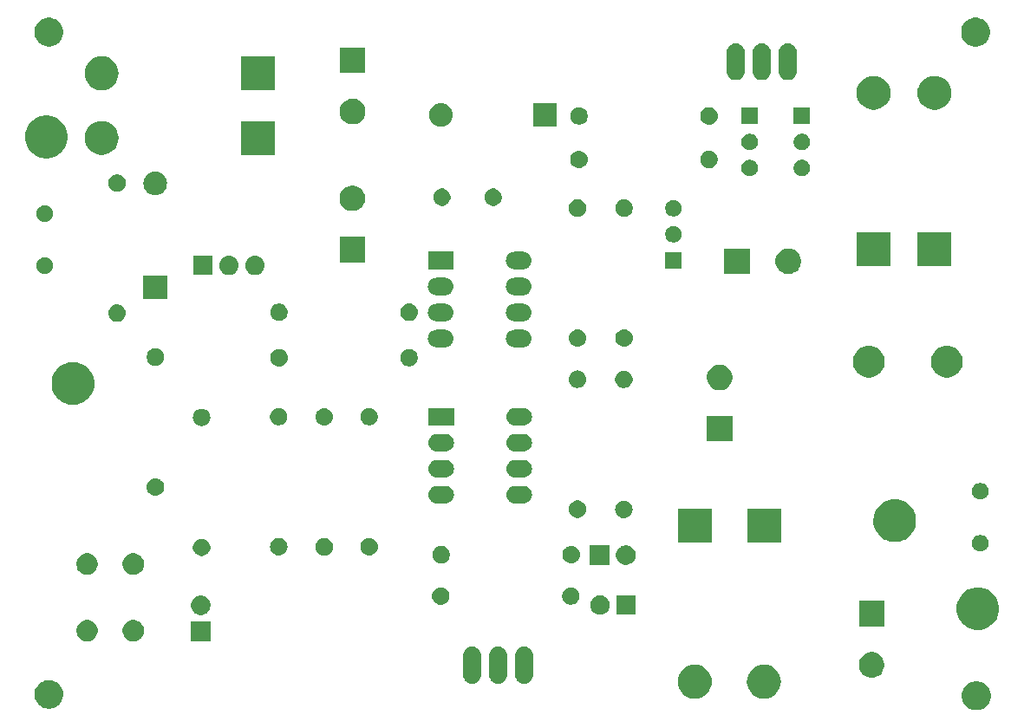
<source format=gbr>
%TF.GenerationSoftware,KiCad,Pcbnew,(5.1.2)-1*%
%TF.CreationDate,2019-05-20T14:06:03+09:00*%
%TF.ProjectId,12f683MPPT,31326636-3833-44d5-9050-542e6b696361,rev?*%
%TF.SameCoordinates,Original*%
%TF.FileFunction,Soldermask,Bot*%
%TF.FilePolarity,Negative*%
%FSLAX46Y46*%
G04 Gerber Fmt 4.6, Leading zero omitted, Abs format (unit mm)*
G04 Created by KiCad (PCBNEW (5.1.2)-1) date 2019-05-20 14:06:03*
%MOMM*%
%LPD*%
G04 APERTURE LIST*
%ADD10C,0.100000*%
G04 APERTURE END LIST*
D10*
G36*
X131078433Y-94184893D02*
G01*
X131168657Y-94202839D01*
X131274267Y-94246585D01*
X131423621Y-94308449D01*
X131423622Y-94308450D01*
X131653086Y-94461772D01*
X131848228Y-94656914D01*
X131914687Y-94756378D01*
X132001551Y-94886379D01*
X132053313Y-95011343D01*
X132086590Y-95091680D01*
X132107161Y-95141344D01*
X132161000Y-95412012D01*
X132161000Y-95687988D01*
X132107161Y-95958656D01*
X132001551Y-96213621D01*
X132001550Y-96213622D01*
X131848228Y-96443086D01*
X131653086Y-96638228D01*
X131618180Y-96661551D01*
X131423621Y-96791551D01*
X131274267Y-96853415D01*
X131168657Y-96897161D01*
X131078433Y-96915107D01*
X130897988Y-96951000D01*
X130622012Y-96951000D01*
X130441567Y-96915107D01*
X130351343Y-96897161D01*
X130245733Y-96853415D01*
X130096379Y-96791551D01*
X129901820Y-96661551D01*
X129866914Y-96638228D01*
X129671772Y-96443086D01*
X129518450Y-96213622D01*
X129518449Y-96213621D01*
X129412839Y-95958656D01*
X129359000Y-95687988D01*
X129359000Y-95412012D01*
X129412839Y-95141344D01*
X129433411Y-95091680D01*
X129466687Y-95011343D01*
X129518449Y-94886379D01*
X129605313Y-94756378D01*
X129671772Y-94656914D01*
X129866914Y-94461772D01*
X130096378Y-94308450D01*
X130096379Y-94308449D01*
X130245733Y-94246585D01*
X130351343Y-94202839D01*
X130441567Y-94184893D01*
X130622012Y-94149000D01*
X130897988Y-94149000D01*
X131078433Y-94184893D01*
X131078433Y-94184893D01*
G37*
G36*
X40518433Y-94054893D02*
G01*
X40608657Y-94072839D01*
X40714267Y-94116585D01*
X40863621Y-94178449D01*
X40939763Y-94229325D01*
X41093086Y-94331772D01*
X41288228Y-94526914D01*
X41375091Y-94656914D01*
X41441551Y-94756379D01*
X41547161Y-95011344D01*
X41573020Y-95141344D01*
X41601000Y-95282014D01*
X41601000Y-95557986D01*
X41553436Y-95797112D01*
X41547161Y-95828656D01*
X41441551Y-96083621D01*
X41441550Y-96083622D01*
X41288228Y-96313086D01*
X41093086Y-96508228D01*
X40939763Y-96610675D01*
X40863621Y-96661551D01*
X40714267Y-96723415D01*
X40608657Y-96767161D01*
X40518433Y-96785107D01*
X40337988Y-96821000D01*
X40062012Y-96821000D01*
X39881567Y-96785107D01*
X39791343Y-96767161D01*
X39685733Y-96723415D01*
X39536379Y-96661551D01*
X39460237Y-96610675D01*
X39306914Y-96508228D01*
X39111772Y-96313086D01*
X38958450Y-96083622D01*
X38958449Y-96083621D01*
X38852839Y-95828656D01*
X38846565Y-95797112D01*
X38799000Y-95557986D01*
X38799000Y-95282014D01*
X38826981Y-95141344D01*
X38852839Y-95011344D01*
X38958449Y-94756379D01*
X39024909Y-94656914D01*
X39111772Y-94526914D01*
X39306914Y-94331772D01*
X39460237Y-94229325D01*
X39536379Y-94178449D01*
X39685733Y-94116585D01*
X39791343Y-94072839D01*
X39881567Y-94054893D01*
X40062012Y-94019000D01*
X40337988Y-94019000D01*
X40518433Y-94054893D01*
X40518433Y-94054893D01*
G37*
G36*
X103593651Y-92542888D02*
G01*
X103904870Y-92637296D01*
X104191680Y-92790599D01*
X104191683Y-92790601D01*
X104191684Y-92790602D01*
X104443082Y-92996918D01*
X104649398Y-93248316D01*
X104649401Y-93248320D01*
X104802704Y-93535130D01*
X104897112Y-93846349D01*
X104928988Y-94170000D01*
X104897112Y-94493651D01*
X104802704Y-94804870D01*
X104649401Y-95091680D01*
X104649399Y-95091683D01*
X104649398Y-95091684D01*
X104443082Y-95343082D01*
X104191684Y-95549398D01*
X104191680Y-95549401D01*
X103904870Y-95702704D01*
X103593651Y-95797112D01*
X103351107Y-95821000D01*
X103188893Y-95821000D01*
X102946349Y-95797112D01*
X102635130Y-95702704D01*
X102348320Y-95549401D01*
X102348316Y-95549398D01*
X102096918Y-95343082D01*
X101890602Y-95091684D01*
X101890601Y-95091683D01*
X101890599Y-95091680D01*
X101737296Y-94804870D01*
X101642888Y-94493651D01*
X101611012Y-94170000D01*
X101642888Y-93846349D01*
X101737296Y-93535130D01*
X101890599Y-93248320D01*
X101890602Y-93248316D01*
X102096918Y-92996918D01*
X102348316Y-92790602D01*
X102348317Y-92790601D01*
X102348320Y-92790599D01*
X102635130Y-92637296D01*
X102946349Y-92542888D01*
X103188893Y-92519000D01*
X103351107Y-92519000D01*
X103593651Y-92542888D01*
X103593651Y-92542888D01*
G37*
G36*
X110343651Y-92542888D02*
G01*
X110654870Y-92637296D01*
X110941680Y-92790599D01*
X110941683Y-92790601D01*
X110941684Y-92790602D01*
X111193082Y-92996918D01*
X111399398Y-93248316D01*
X111399401Y-93248320D01*
X111552704Y-93535130D01*
X111647112Y-93846349D01*
X111678988Y-94170000D01*
X111647112Y-94493651D01*
X111552704Y-94804870D01*
X111399401Y-95091680D01*
X111399399Y-95091683D01*
X111399398Y-95091684D01*
X111193082Y-95343082D01*
X110941684Y-95549398D01*
X110941680Y-95549401D01*
X110654870Y-95702704D01*
X110343651Y-95797112D01*
X110101107Y-95821000D01*
X109938893Y-95821000D01*
X109696349Y-95797112D01*
X109385130Y-95702704D01*
X109098320Y-95549401D01*
X109098316Y-95549398D01*
X108846918Y-95343082D01*
X108640602Y-95091684D01*
X108640601Y-95091683D01*
X108640599Y-95091680D01*
X108487296Y-94804870D01*
X108392888Y-94493651D01*
X108361012Y-94170000D01*
X108392888Y-93846349D01*
X108487296Y-93535130D01*
X108640599Y-93248320D01*
X108640602Y-93248316D01*
X108846918Y-92996918D01*
X109098316Y-92790602D01*
X109098317Y-92790601D01*
X109098320Y-92790599D01*
X109385130Y-92637296D01*
X109696349Y-92542888D01*
X109938893Y-92519000D01*
X110101107Y-92519000D01*
X110343651Y-92542888D01*
X110343651Y-92542888D01*
G37*
G36*
X86776554Y-90771972D02*
G01*
X86946324Y-90823471D01*
X86946327Y-90823472D01*
X87102780Y-90907098D01*
X87239922Y-91019648D01*
X87352472Y-91156790D01*
X87436098Y-91313243D01*
X87436099Y-91313246D01*
X87487598Y-91483016D01*
X87500630Y-91615333D01*
X87500630Y-93504667D01*
X87487598Y-93636984D01*
X87443911Y-93781000D01*
X87436098Y-93806757D01*
X87352472Y-93963210D01*
X87239922Y-94100352D01*
X87102780Y-94212902D01*
X86946326Y-94296528D01*
X86946323Y-94296529D01*
X86776553Y-94348028D01*
X86600000Y-94365417D01*
X86423446Y-94348028D01*
X86253676Y-94296529D01*
X86253673Y-94296528D01*
X86097220Y-94212902D01*
X86019356Y-94149000D01*
X85960078Y-94100352D01*
X85893314Y-94019000D01*
X85847528Y-93963210D01*
X85763902Y-93806756D01*
X85741506Y-93732925D01*
X85712402Y-93636983D01*
X85699370Y-93504666D01*
X85699371Y-91615333D01*
X85712403Y-91483016D01*
X85763902Y-91313246D01*
X85763903Y-91313243D01*
X85847529Y-91156790D01*
X85960079Y-91019648D01*
X86097221Y-90907098D01*
X86253674Y-90823472D01*
X86253677Y-90823471D01*
X86423447Y-90771972D01*
X86600000Y-90754583D01*
X86776554Y-90771972D01*
X86776554Y-90771972D01*
G37*
G36*
X81696554Y-90771972D02*
G01*
X81866324Y-90823471D01*
X81866327Y-90823472D01*
X82022780Y-90907098D01*
X82159922Y-91019648D01*
X82272472Y-91156790D01*
X82356098Y-91313243D01*
X82356099Y-91313246D01*
X82407598Y-91483016D01*
X82420630Y-91615333D01*
X82420630Y-93504667D01*
X82407598Y-93636984D01*
X82363911Y-93781000D01*
X82356098Y-93806757D01*
X82272472Y-93963210D01*
X82159922Y-94100352D01*
X82022780Y-94212902D01*
X81866326Y-94296528D01*
X81866323Y-94296529D01*
X81696553Y-94348028D01*
X81520000Y-94365417D01*
X81343446Y-94348028D01*
X81173676Y-94296529D01*
X81173673Y-94296528D01*
X81017220Y-94212902D01*
X80939356Y-94149000D01*
X80880078Y-94100352D01*
X80813314Y-94019000D01*
X80767528Y-93963210D01*
X80683902Y-93806756D01*
X80661506Y-93732925D01*
X80632402Y-93636983D01*
X80619370Y-93504666D01*
X80619371Y-91615333D01*
X80632403Y-91483016D01*
X80683902Y-91313246D01*
X80683903Y-91313243D01*
X80767529Y-91156790D01*
X80880079Y-91019648D01*
X81017221Y-90907098D01*
X81173674Y-90823472D01*
X81173677Y-90823471D01*
X81343447Y-90771972D01*
X81520000Y-90754583D01*
X81696554Y-90771972D01*
X81696554Y-90771972D01*
G37*
G36*
X84236554Y-90771972D02*
G01*
X84406324Y-90823471D01*
X84406327Y-90823472D01*
X84562780Y-90907098D01*
X84699922Y-91019648D01*
X84812472Y-91156790D01*
X84896098Y-91313243D01*
X84896099Y-91313246D01*
X84947598Y-91483016D01*
X84960630Y-91615333D01*
X84960630Y-93504667D01*
X84947598Y-93636984D01*
X84903911Y-93781000D01*
X84896098Y-93806757D01*
X84812472Y-93963210D01*
X84699922Y-94100352D01*
X84562780Y-94212902D01*
X84406326Y-94296528D01*
X84406323Y-94296529D01*
X84236553Y-94348028D01*
X84060000Y-94365417D01*
X83883446Y-94348028D01*
X83713676Y-94296529D01*
X83713673Y-94296528D01*
X83557220Y-94212902D01*
X83479356Y-94149000D01*
X83420078Y-94100352D01*
X83353314Y-94019000D01*
X83307528Y-93963210D01*
X83223902Y-93806756D01*
X83201506Y-93732925D01*
X83172402Y-93636983D01*
X83159370Y-93504666D01*
X83159371Y-91615333D01*
X83172403Y-91483016D01*
X83223902Y-91313246D01*
X83223903Y-91313243D01*
X83307529Y-91156790D01*
X83420079Y-91019648D01*
X83557221Y-90907098D01*
X83713674Y-90823472D01*
X83713677Y-90823471D01*
X83883447Y-90771972D01*
X84060000Y-90754583D01*
X84236554Y-90771972D01*
X84236554Y-90771972D01*
G37*
G36*
X120835365Y-91313243D02*
G01*
X120904903Y-91327075D01*
X121132571Y-91421378D01*
X121337466Y-91558285D01*
X121511715Y-91732534D01*
X121648622Y-91937429D01*
X121742925Y-92165097D01*
X121791000Y-92406787D01*
X121791000Y-92653213D01*
X121742925Y-92894903D01*
X121648622Y-93122571D01*
X121511715Y-93327466D01*
X121337466Y-93501715D01*
X121132571Y-93638622D01*
X121132570Y-93638623D01*
X121132569Y-93638623D01*
X120904903Y-93732925D01*
X120663214Y-93781000D01*
X120416786Y-93781000D01*
X120175097Y-93732925D01*
X119947431Y-93638623D01*
X119947430Y-93638623D01*
X119947429Y-93638622D01*
X119742534Y-93501715D01*
X119568285Y-93327466D01*
X119431378Y-93122571D01*
X119337075Y-92894903D01*
X119289000Y-92653213D01*
X119289000Y-92406787D01*
X119337075Y-92165097D01*
X119431378Y-91937429D01*
X119568285Y-91732534D01*
X119742534Y-91558285D01*
X119947429Y-91421378D01*
X120175097Y-91327075D01*
X120244635Y-91313243D01*
X120416786Y-91279000D01*
X120663214Y-91279000D01*
X120835365Y-91313243D01*
X120835365Y-91313243D01*
G37*
G36*
X48736564Y-88169389D02*
G01*
X48927833Y-88248615D01*
X48927835Y-88248616D01*
X48988274Y-88289000D01*
X49099973Y-88363635D01*
X49246365Y-88510027D01*
X49361385Y-88682167D01*
X49440611Y-88873436D01*
X49481000Y-89076484D01*
X49481000Y-89283516D01*
X49440611Y-89486564D01*
X49361385Y-89677833D01*
X49361384Y-89677835D01*
X49246365Y-89849973D01*
X49099973Y-89996365D01*
X48927835Y-90111384D01*
X48927834Y-90111385D01*
X48927833Y-90111385D01*
X48736564Y-90190611D01*
X48533516Y-90231000D01*
X48326484Y-90231000D01*
X48123436Y-90190611D01*
X47932167Y-90111385D01*
X47932166Y-90111385D01*
X47932165Y-90111384D01*
X47760027Y-89996365D01*
X47613635Y-89849973D01*
X47498616Y-89677835D01*
X47498615Y-89677833D01*
X47419389Y-89486564D01*
X47379000Y-89283516D01*
X47379000Y-89076484D01*
X47419389Y-88873436D01*
X47498615Y-88682167D01*
X47613635Y-88510027D01*
X47760027Y-88363635D01*
X47871726Y-88289000D01*
X47932165Y-88248616D01*
X47932167Y-88248615D01*
X48123436Y-88169389D01*
X48326484Y-88129000D01*
X48533516Y-88129000D01*
X48736564Y-88169389D01*
X48736564Y-88169389D01*
G37*
G36*
X44236564Y-88169389D02*
G01*
X44427833Y-88248615D01*
X44427835Y-88248616D01*
X44488274Y-88289000D01*
X44599973Y-88363635D01*
X44746365Y-88510027D01*
X44861385Y-88682167D01*
X44940611Y-88873436D01*
X44981000Y-89076484D01*
X44981000Y-89283516D01*
X44940611Y-89486564D01*
X44861385Y-89677833D01*
X44861384Y-89677835D01*
X44746365Y-89849973D01*
X44599973Y-89996365D01*
X44427835Y-90111384D01*
X44427834Y-90111385D01*
X44427833Y-90111385D01*
X44236564Y-90190611D01*
X44033516Y-90231000D01*
X43826484Y-90231000D01*
X43623436Y-90190611D01*
X43432167Y-90111385D01*
X43432166Y-90111385D01*
X43432165Y-90111384D01*
X43260027Y-89996365D01*
X43113635Y-89849973D01*
X42998616Y-89677835D01*
X42998615Y-89677833D01*
X42919389Y-89486564D01*
X42879000Y-89283516D01*
X42879000Y-89076484D01*
X42919389Y-88873436D01*
X42998615Y-88682167D01*
X43113635Y-88510027D01*
X43260027Y-88363635D01*
X43371726Y-88289000D01*
X43432165Y-88248616D01*
X43432167Y-88248615D01*
X43623436Y-88169389D01*
X43826484Y-88129000D01*
X44033516Y-88129000D01*
X44236564Y-88169389D01*
X44236564Y-88169389D01*
G37*
G36*
X55981000Y-90191000D02*
G01*
X54079000Y-90191000D01*
X54079000Y-88289000D01*
X55981000Y-88289000D01*
X55981000Y-90191000D01*
X55981000Y-90191000D01*
G37*
G36*
X131187115Y-84961313D02*
G01*
X131517589Y-85027048D01*
X131896671Y-85184069D01*
X132237835Y-85412028D01*
X132527972Y-85702165D01*
X132704813Y-85966825D01*
X132755932Y-86043331D01*
X132790688Y-86127239D01*
X132912952Y-86422411D01*
X132993000Y-86824842D01*
X132993000Y-87235158D01*
X132912952Y-87637589D01*
X132755931Y-88016671D01*
X132527972Y-88357835D01*
X132237835Y-88647972D01*
X131896671Y-88875931D01*
X131517589Y-89032952D01*
X131115159Y-89113000D01*
X130704841Y-89113000D01*
X130302411Y-89032952D01*
X129923329Y-88875931D01*
X129582165Y-88647972D01*
X129292028Y-88357835D01*
X129064069Y-88016671D01*
X128907048Y-87637589D01*
X128827000Y-87235158D01*
X128827000Y-86824842D01*
X128907048Y-86422411D01*
X129029312Y-86127239D01*
X129064068Y-86043331D01*
X129115188Y-85966825D01*
X129292028Y-85702165D01*
X129582165Y-85412028D01*
X129923329Y-85184069D01*
X130302411Y-85027048D01*
X130632885Y-84961313D01*
X130704841Y-84947000D01*
X131115159Y-84947000D01*
X131187115Y-84961313D01*
X131187115Y-84961313D01*
G37*
G36*
X121791000Y-88781000D02*
G01*
X119289000Y-88781000D01*
X119289000Y-86279000D01*
X121791000Y-86279000D01*
X121791000Y-88781000D01*
X121791000Y-88781000D01*
G37*
G36*
X55307395Y-85785546D02*
G01*
X55480466Y-85857234D01*
X55557818Y-85908919D01*
X55636227Y-85961310D01*
X55768690Y-86093773D01*
X55768691Y-86093775D01*
X55872766Y-86249534D01*
X55944454Y-86422605D01*
X55981000Y-86606333D01*
X55981000Y-86793667D01*
X55944454Y-86977395D01*
X55872766Y-87150466D01*
X55872765Y-87150467D01*
X55768690Y-87306227D01*
X55636227Y-87438690D01*
X55557818Y-87491081D01*
X55480466Y-87542766D01*
X55307395Y-87614454D01*
X55123667Y-87651000D01*
X54936333Y-87651000D01*
X54752605Y-87614454D01*
X54579534Y-87542766D01*
X54502182Y-87491081D01*
X54423773Y-87438690D01*
X54291310Y-87306227D01*
X54187235Y-87150467D01*
X54187234Y-87150466D01*
X54115546Y-86977395D01*
X54079000Y-86793667D01*
X54079000Y-86606333D01*
X54115546Y-86422605D01*
X54187234Y-86249534D01*
X54291309Y-86093775D01*
X54291310Y-86093773D01*
X54423773Y-85961310D01*
X54502182Y-85908919D01*
X54579534Y-85857234D01*
X54752605Y-85785546D01*
X54936333Y-85749000D01*
X55123667Y-85749000D01*
X55307395Y-85785546D01*
X55307395Y-85785546D01*
G37*
G36*
X94297395Y-85755546D02*
G01*
X94470466Y-85827234D01*
X94547818Y-85878919D01*
X94626227Y-85931310D01*
X94758690Y-86063773D01*
X94801096Y-86127239D01*
X94862766Y-86219534D01*
X94934454Y-86392605D01*
X94971000Y-86576333D01*
X94971000Y-86763667D01*
X94934454Y-86947395D01*
X94862766Y-87120466D01*
X94842720Y-87150467D01*
X94758690Y-87276227D01*
X94626227Y-87408690D01*
X94581327Y-87438691D01*
X94470466Y-87512766D01*
X94297395Y-87584454D01*
X94113667Y-87621000D01*
X93926333Y-87621000D01*
X93742605Y-87584454D01*
X93569534Y-87512766D01*
X93458673Y-87438691D01*
X93413773Y-87408690D01*
X93281310Y-87276227D01*
X93197280Y-87150467D01*
X93177234Y-87120466D01*
X93105546Y-86947395D01*
X93069000Y-86763667D01*
X93069000Y-86576333D01*
X93105546Y-86392605D01*
X93177234Y-86219534D01*
X93238904Y-86127239D01*
X93281310Y-86063773D01*
X93413773Y-85931310D01*
X93492182Y-85878919D01*
X93569534Y-85827234D01*
X93742605Y-85755546D01*
X93926333Y-85719000D01*
X94113667Y-85719000D01*
X94297395Y-85755546D01*
X94297395Y-85755546D01*
G37*
G36*
X97511000Y-87621000D02*
G01*
X95609000Y-87621000D01*
X95609000Y-85719000D01*
X97511000Y-85719000D01*
X97511000Y-87621000D01*
X97511000Y-87621000D01*
G37*
G36*
X91418228Y-84981703D02*
G01*
X91573100Y-85045853D01*
X91712481Y-85138985D01*
X91831015Y-85257519D01*
X91924147Y-85396900D01*
X91988297Y-85551772D01*
X92021000Y-85716184D01*
X92021000Y-85883816D01*
X91988297Y-86048228D01*
X91924147Y-86203100D01*
X91831015Y-86342481D01*
X91712481Y-86461015D01*
X91573100Y-86554147D01*
X91418228Y-86618297D01*
X91253816Y-86651000D01*
X91086184Y-86651000D01*
X90921772Y-86618297D01*
X90766900Y-86554147D01*
X90627519Y-86461015D01*
X90508985Y-86342481D01*
X90415853Y-86203100D01*
X90351703Y-86048228D01*
X90319000Y-85883816D01*
X90319000Y-85716184D01*
X90351703Y-85551772D01*
X90415853Y-85396900D01*
X90508985Y-85257519D01*
X90627519Y-85138985D01*
X90766900Y-85045853D01*
X90921772Y-84981703D01*
X91086184Y-84949000D01*
X91253816Y-84949000D01*
X91418228Y-84981703D01*
X91418228Y-84981703D01*
G37*
G36*
X78636823Y-84961313D02*
G01*
X78797242Y-85009976D01*
X78829181Y-85027048D01*
X78945078Y-85088996D01*
X79074659Y-85195341D01*
X79181004Y-85324922D01*
X79181005Y-85324924D01*
X79260024Y-85472758D01*
X79308687Y-85633177D01*
X79325117Y-85800000D01*
X79308687Y-85966823D01*
X79260024Y-86127242D01*
X79219477Y-86203100D01*
X79181004Y-86275078D01*
X79074659Y-86404659D01*
X78945078Y-86511004D01*
X78945076Y-86511005D01*
X78797242Y-86590024D01*
X78636823Y-86638687D01*
X78511804Y-86651000D01*
X78428196Y-86651000D01*
X78303177Y-86638687D01*
X78142758Y-86590024D01*
X77994924Y-86511005D01*
X77994922Y-86511004D01*
X77865341Y-86404659D01*
X77758996Y-86275078D01*
X77720523Y-86203100D01*
X77679976Y-86127242D01*
X77631313Y-85966823D01*
X77614883Y-85800000D01*
X77631313Y-85633177D01*
X77679976Y-85472758D01*
X77758995Y-85324924D01*
X77758996Y-85324922D01*
X77865341Y-85195341D01*
X77994922Y-85088996D01*
X78110819Y-85027048D01*
X78142758Y-85009976D01*
X78303177Y-84961313D01*
X78428196Y-84949000D01*
X78511804Y-84949000D01*
X78636823Y-84961313D01*
X78636823Y-84961313D01*
G37*
G36*
X44236564Y-81669389D02*
G01*
X44427833Y-81748615D01*
X44427835Y-81748616D01*
X44599973Y-81863635D01*
X44746365Y-82010027D01*
X44791380Y-82077396D01*
X44861385Y-82182167D01*
X44940611Y-82373436D01*
X44981000Y-82576484D01*
X44981000Y-82783516D01*
X44940611Y-82986564D01*
X44861385Y-83177833D01*
X44861384Y-83177835D01*
X44746365Y-83349973D01*
X44599973Y-83496365D01*
X44427835Y-83611384D01*
X44427834Y-83611385D01*
X44427833Y-83611385D01*
X44236564Y-83690611D01*
X44033516Y-83731000D01*
X43826484Y-83731000D01*
X43623436Y-83690611D01*
X43432167Y-83611385D01*
X43432166Y-83611385D01*
X43432165Y-83611384D01*
X43260027Y-83496365D01*
X43113635Y-83349973D01*
X42998616Y-83177835D01*
X42998615Y-83177833D01*
X42919389Y-82986564D01*
X42879000Y-82783516D01*
X42879000Y-82576484D01*
X42919389Y-82373436D01*
X42998615Y-82182167D01*
X43068621Y-82077396D01*
X43113635Y-82010027D01*
X43260027Y-81863635D01*
X43432165Y-81748616D01*
X43432167Y-81748615D01*
X43623436Y-81669389D01*
X43826484Y-81629000D01*
X44033516Y-81629000D01*
X44236564Y-81669389D01*
X44236564Y-81669389D01*
G37*
G36*
X48736564Y-81669389D02*
G01*
X48927833Y-81748615D01*
X48927835Y-81748616D01*
X49099973Y-81863635D01*
X49246365Y-82010027D01*
X49291380Y-82077396D01*
X49361385Y-82182167D01*
X49440611Y-82373436D01*
X49481000Y-82576484D01*
X49481000Y-82783516D01*
X49440611Y-82986564D01*
X49361385Y-83177833D01*
X49361384Y-83177835D01*
X49246365Y-83349973D01*
X49099973Y-83496365D01*
X48927835Y-83611384D01*
X48927834Y-83611385D01*
X48927833Y-83611385D01*
X48736564Y-83690611D01*
X48533516Y-83731000D01*
X48326484Y-83731000D01*
X48123436Y-83690611D01*
X47932167Y-83611385D01*
X47932166Y-83611385D01*
X47932165Y-83611384D01*
X47760027Y-83496365D01*
X47613635Y-83349973D01*
X47498616Y-83177835D01*
X47498615Y-83177833D01*
X47419389Y-82986564D01*
X47379000Y-82783516D01*
X47379000Y-82576484D01*
X47419389Y-82373436D01*
X47498615Y-82182167D01*
X47568621Y-82077396D01*
X47613635Y-82010027D01*
X47760027Y-81863635D01*
X47932165Y-81748616D01*
X47932167Y-81748615D01*
X48123436Y-81669389D01*
X48326484Y-81629000D01*
X48533516Y-81629000D01*
X48736564Y-81669389D01*
X48736564Y-81669389D01*
G37*
G36*
X96807395Y-80885546D02*
G01*
X96980466Y-80957234D01*
X97053228Y-81005852D01*
X97136227Y-81061310D01*
X97268690Y-81193773D01*
X97268691Y-81193775D01*
X97372766Y-81349534D01*
X97444454Y-81522605D01*
X97481000Y-81706333D01*
X97481000Y-81893667D01*
X97444454Y-82077395D01*
X97372766Y-82250466D01*
X97372765Y-82250467D01*
X97268690Y-82406227D01*
X97136227Y-82538690D01*
X97079664Y-82576484D01*
X96980466Y-82642766D01*
X96807395Y-82714454D01*
X96623667Y-82751000D01*
X96436333Y-82751000D01*
X96252605Y-82714454D01*
X96079534Y-82642766D01*
X95980336Y-82576484D01*
X95923773Y-82538690D01*
X95791310Y-82406227D01*
X95687235Y-82250467D01*
X95687234Y-82250466D01*
X95615546Y-82077395D01*
X95579000Y-81893667D01*
X95579000Y-81706333D01*
X95615546Y-81522605D01*
X95687234Y-81349534D01*
X95791309Y-81193775D01*
X95791310Y-81193773D01*
X95923773Y-81061310D01*
X96006772Y-81005852D01*
X96079534Y-80957234D01*
X96252605Y-80885546D01*
X96436333Y-80849000D01*
X96623667Y-80849000D01*
X96807395Y-80885546D01*
X96807395Y-80885546D01*
G37*
G36*
X94941000Y-82751000D02*
G01*
X93039000Y-82751000D01*
X93039000Y-80849000D01*
X94941000Y-80849000D01*
X94941000Y-82751000D01*
X94941000Y-82751000D01*
G37*
G36*
X78748228Y-80941703D02*
G01*
X78903100Y-81005853D01*
X79042481Y-81098985D01*
X79161015Y-81217519D01*
X79254147Y-81356900D01*
X79318297Y-81511772D01*
X79351000Y-81676184D01*
X79351000Y-81843816D01*
X79318297Y-82008228D01*
X79254147Y-82163100D01*
X79161015Y-82302481D01*
X79042481Y-82421015D01*
X78903100Y-82514147D01*
X78748228Y-82578297D01*
X78583816Y-82611000D01*
X78416184Y-82611000D01*
X78251772Y-82578297D01*
X78096900Y-82514147D01*
X77957519Y-82421015D01*
X77838985Y-82302481D01*
X77745853Y-82163100D01*
X77681703Y-82008228D01*
X77649000Y-81843816D01*
X77649000Y-81676184D01*
X77681703Y-81511772D01*
X77745853Y-81356900D01*
X77838985Y-81217519D01*
X77957519Y-81098985D01*
X78096900Y-81005853D01*
X78251772Y-80941703D01*
X78416184Y-80909000D01*
X78583816Y-80909000D01*
X78748228Y-80941703D01*
X78748228Y-80941703D01*
G37*
G36*
X91366823Y-80921313D02*
G01*
X91527242Y-80969976D01*
X91659906Y-81040886D01*
X91675078Y-81048996D01*
X91804659Y-81155341D01*
X91911004Y-81284922D01*
X91911005Y-81284924D01*
X91990024Y-81432758D01*
X92038687Y-81593177D01*
X92055117Y-81760000D01*
X92038687Y-81926823D01*
X91990024Y-82087242D01*
X91939285Y-82182167D01*
X91911004Y-82235078D01*
X91804659Y-82364659D01*
X91675078Y-82471004D01*
X91675076Y-82471005D01*
X91527242Y-82550024D01*
X91366823Y-82598687D01*
X91241804Y-82611000D01*
X91158196Y-82611000D01*
X91033177Y-82598687D01*
X90872758Y-82550024D01*
X90724924Y-82471005D01*
X90724922Y-82471004D01*
X90595341Y-82364659D01*
X90488996Y-82235078D01*
X90460715Y-82182167D01*
X90409976Y-82087242D01*
X90361313Y-81926823D01*
X90344883Y-81760000D01*
X90361313Y-81593177D01*
X90409976Y-81432758D01*
X90488995Y-81284924D01*
X90488996Y-81284922D01*
X90595341Y-81155341D01*
X90724922Y-81048996D01*
X90740094Y-81040886D01*
X90872758Y-80969976D01*
X91033177Y-80921313D01*
X91158196Y-80909000D01*
X91241804Y-80909000D01*
X91366823Y-80921313D01*
X91366823Y-80921313D01*
G37*
G36*
X55358228Y-80231703D02*
G01*
X55513100Y-80295853D01*
X55652481Y-80388985D01*
X55771015Y-80507519D01*
X55864147Y-80646900D01*
X55928297Y-80801772D01*
X55961000Y-80966184D01*
X55961000Y-81133816D01*
X55928297Y-81298228D01*
X55864147Y-81453100D01*
X55771015Y-81592481D01*
X55652481Y-81711015D01*
X55513100Y-81804147D01*
X55358228Y-81868297D01*
X55193816Y-81901000D01*
X55026184Y-81901000D01*
X54861772Y-81868297D01*
X54706900Y-81804147D01*
X54567519Y-81711015D01*
X54448985Y-81592481D01*
X54355853Y-81453100D01*
X54291703Y-81298228D01*
X54259000Y-81133816D01*
X54259000Y-80966184D01*
X54291703Y-80801772D01*
X54355853Y-80646900D01*
X54448985Y-80507519D01*
X54567519Y-80388985D01*
X54706900Y-80295853D01*
X54861772Y-80231703D01*
X55026184Y-80199000D01*
X55193816Y-80199000D01*
X55358228Y-80231703D01*
X55358228Y-80231703D01*
G37*
G36*
X67328228Y-80181703D02*
G01*
X67483100Y-80245853D01*
X67622481Y-80338985D01*
X67741015Y-80457519D01*
X67834147Y-80596900D01*
X67898297Y-80751772D01*
X67931000Y-80916184D01*
X67931000Y-81083816D01*
X67898297Y-81248228D01*
X67834147Y-81403100D01*
X67741015Y-81542481D01*
X67622481Y-81661015D01*
X67483100Y-81754147D01*
X67328228Y-81818297D01*
X67163816Y-81851000D01*
X66996184Y-81851000D01*
X66831772Y-81818297D01*
X66676900Y-81754147D01*
X66537519Y-81661015D01*
X66418985Y-81542481D01*
X66325853Y-81403100D01*
X66261703Y-81248228D01*
X66229000Y-81083816D01*
X66229000Y-80916184D01*
X66261703Y-80751772D01*
X66325853Y-80596900D01*
X66418985Y-80457519D01*
X66537519Y-80338985D01*
X66676900Y-80245853D01*
X66831772Y-80181703D01*
X66996184Y-80149000D01*
X67163816Y-80149000D01*
X67328228Y-80181703D01*
X67328228Y-80181703D01*
G37*
G36*
X62806823Y-80141313D02*
G01*
X62967242Y-80189976D01*
X63071780Y-80245853D01*
X63115078Y-80268996D01*
X63244659Y-80375341D01*
X63351004Y-80504922D01*
X63351005Y-80504924D01*
X63430024Y-80652758D01*
X63478687Y-80813177D01*
X63495117Y-80980000D01*
X63478687Y-81146823D01*
X63440867Y-81271499D01*
X63433058Y-81297242D01*
X63430024Y-81307242D01*
X63401572Y-81360471D01*
X63351004Y-81455078D01*
X63244659Y-81584659D01*
X63115078Y-81691004D01*
X63115076Y-81691005D01*
X62967242Y-81770024D01*
X62806823Y-81818687D01*
X62681804Y-81831000D01*
X62598196Y-81831000D01*
X62473177Y-81818687D01*
X62312758Y-81770024D01*
X62164924Y-81691005D01*
X62164922Y-81691004D01*
X62035341Y-81584659D01*
X61928996Y-81455078D01*
X61878428Y-81360471D01*
X61849976Y-81307242D01*
X61846943Y-81297242D01*
X61839133Y-81271499D01*
X61801313Y-81146823D01*
X61784883Y-80980000D01*
X61801313Y-80813177D01*
X61849976Y-80652758D01*
X61928995Y-80504924D01*
X61928996Y-80504922D01*
X62035341Y-80375341D01*
X62164922Y-80268996D01*
X62208220Y-80245853D01*
X62312758Y-80189976D01*
X62473177Y-80141313D01*
X62598196Y-80129000D01*
X62681804Y-80129000D01*
X62806823Y-80141313D01*
X62806823Y-80141313D01*
G37*
G36*
X71626823Y-80131313D02*
G01*
X71787242Y-80179976D01*
X71822833Y-80199000D01*
X71935078Y-80258996D01*
X72064659Y-80365341D01*
X72171004Y-80494922D01*
X72171005Y-80494924D01*
X72250024Y-80642758D01*
X72250025Y-80642761D01*
X72253058Y-80652761D01*
X72298687Y-80803177D01*
X72315117Y-80970000D01*
X72298687Y-81136823D01*
X72250024Y-81297242D01*
X72222073Y-81349534D01*
X72171004Y-81445078D01*
X72064659Y-81574659D01*
X71935078Y-81681004D01*
X71935076Y-81681005D01*
X71787242Y-81760024D01*
X71626823Y-81808687D01*
X71501804Y-81821000D01*
X71418196Y-81821000D01*
X71293177Y-81808687D01*
X71132758Y-81760024D01*
X70984924Y-81681005D01*
X70984922Y-81681004D01*
X70855341Y-81574659D01*
X70748996Y-81445078D01*
X70697927Y-81349534D01*
X70669976Y-81297242D01*
X70621313Y-81136823D01*
X70604883Y-80970000D01*
X70621313Y-80803177D01*
X70666942Y-80652761D01*
X70669975Y-80642761D01*
X70669976Y-80642758D01*
X70748995Y-80494924D01*
X70748996Y-80494922D01*
X70855341Y-80365341D01*
X70984922Y-80258996D01*
X71097167Y-80199000D01*
X71132758Y-80179976D01*
X71293177Y-80131313D01*
X71418196Y-80119000D01*
X71501804Y-80119000D01*
X71626823Y-80131313D01*
X71626823Y-80131313D01*
G37*
G36*
X131387142Y-79858242D02*
G01*
X131535101Y-79919529D01*
X131668255Y-80008499D01*
X131781501Y-80121745D01*
X131870471Y-80254899D01*
X131931758Y-80402858D01*
X131963000Y-80559925D01*
X131963000Y-80720075D01*
X131931758Y-80877142D01*
X131870471Y-81025101D01*
X131781501Y-81158255D01*
X131668255Y-81271501D01*
X131535101Y-81360471D01*
X131387142Y-81421758D01*
X131230075Y-81453000D01*
X131069925Y-81453000D01*
X130912858Y-81421758D01*
X130764899Y-81360471D01*
X130631745Y-81271501D01*
X130518499Y-81158255D01*
X130429529Y-81025101D01*
X130368242Y-80877142D01*
X130337000Y-80720075D01*
X130337000Y-80559925D01*
X130368242Y-80402858D01*
X130429529Y-80254899D01*
X130518499Y-80121745D01*
X130631745Y-80008499D01*
X130764899Y-79919529D01*
X130912858Y-79858242D01*
X131069925Y-79827000D01*
X131230075Y-79827000D01*
X131387142Y-79858242D01*
X131387142Y-79858242D01*
G37*
G36*
X111671000Y-80581000D02*
G01*
X108369000Y-80581000D01*
X108369000Y-77279000D01*
X111671000Y-77279000D01*
X111671000Y-80581000D01*
X111671000Y-80581000D01*
G37*
G36*
X104921000Y-80581000D02*
G01*
X101619000Y-80581000D01*
X101619000Y-77279000D01*
X104921000Y-77279000D01*
X104921000Y-80581000D01*
X104921000Y-80581000D01*
G37*
G36*
X123086033Y-76375076D02*
G01*
X123397589Y-76437048D01*
X123776671Y-76594069D01*
X124117835Y-76822028D01*
X124407972Y-77112165D01*
X124635931Y-77453329D01*
X124747673Y-77723097D01*
X124792952Y-77832412D01*
X124850162Y-78120024D01*
X124873000Y-78234842D01*
X124873000Y-78645158D01*
X124792952Y-79047589D01*
X124635931Y-79426671D01*
X124407972Y-79767835D01*
X124117835Y-80057972D01*
X123776671Y-80285931D01*
X123776670Y-80285932D01*
X123776669Y-80285932D01*
X123665639Y-80331922D01*
X123397589Y-80442952D01*
X123324355Y-80457519D01*
X122995159Y-80523000D01*
X122584841Y-80523000D01*
X122255645Y-80457519D01*
X122182411Y-80442952D01*
X121914361Y-80331922D01*
X121803331Y-80285932D01*
X121803330Y-80285932D01*
X121803329Y-80285931D01*
X121462165Y-80057972D01*
X121172028Y-79767835D01*
X120944069Y-79426671D01*
X120787048Y-79047589D01*
X120707000Y-78645158D01*
X120707000Y-78234842D01*
X120729839Y-78120024D01*
X120787048Y-77832412D01*
X120832328Y-77723097D01*
X120944069Y-77453329D01*
X121172028Y-77112165D01*
X121462165Y-76822028D01*
X121803329Y-76594069D01*
X122182411Y-76437048D01*
X122493967Y-76375076D01*
X122584841Y-76357000D01*
X122995159Y-76357000D01*
X123086033Y-76375076D01*
X123086033Y-76375076D01*
G37*
G36*
X96506823Y-76491313D02*
G01*
X96667242Y-76539976D01*
X96715654Y-76565853D01*
X96815078Y-76618996D01*
X96944659Y-76725341D01*
X97051004Y-76854922D01*
X97051005Y-76854924D01*
X97130024Y-77002758D01*
X97178687Y-77163177D01*
X97195117Y-77330000D01*
X97178687Y-77496823D01*
X97130024Y-77657242D01*
X97094822Y-77723100D01*
X97051004Y-77805078D01*
X96944659Y-77934659D01*
X96815078Y-78041004D01*
X96815076Y-78041005D01*
X96667242Y-78120024D01*
X96506823Y-78168687D01*
X96381804Y-78181000D01*
X96298196Y-78181000D01*
X96173177Y-78168687D01*
X96012758Y-78120024D01*
X95864924Y-78041005D01*
X95864922Y-78041004D01*
X95735341Y-77934659D01*
X95628996Y-77805078D01*
X95585178Y-77723100D01*
X95549976Y-77657242D01*
X95501313Y-77496823D01*
X95484883Y-77330000D01*
X95501313Y-77163177D01*
X95549976Y-77002758D01*
X95628995Y-76854924D01*
X95628996Y-76854922D01*
X95735341Y-76725341D01*
X95864922Y-76618996D01*
X95964346Y-76565853D01*
X96012758Y-76539976D01*
X96173177Y-76491313D01*
X96298196Y-76479000D01*
X96381804Y-76479000D01*
X96506823Y-76491313D01*
X96506823Y-76491313D01*
G37*
G36*
X92058228Y-76501703D02*
G01*
X92213100Y-76565853D01*
X92352481Y-76658985D01*
X92471015Y-76777519D01*
X92564147Y-76916900D01*
X92628297Y-77071772D01*
X92661000Y-77236184D01*
X92661000Y-77403816D01*
X92628297Y-77568228D01*
X92564147Y-77723100D01*
X92471015Y-77862481D01*
X92352481Y-77981015D01*
X92213100Y-78074147D01*
X92058228Y-78138297D01*
X91893816Y-78171000D01*
X91726184Y-78171000D01*
X91561772Y-78138297D01*
X91406900Y-78074147D01*
X91267519Y-77981015D01*
X91148985Y-77862481D01*
X91055853Y-77723100D01*
X90991703Y-77568228D01*
X90959000Y-77403816D01*
X90959000Y-77236184D01*
X90991703Y-77071772D01*
X91055853Y-76916900D01*
X91148985Y-76777519D01*
X91267519Y-76658985D01*
X91406900Y-76565853D01*
X91561772Y-76501703D01*
X91726184Y-76469000D01*
X91893816Y-76469000D01*
X92058228Y-76501703D01*
X92058228Y-76501703D01*
G37*
G36*
X86686823Y-75061313D02*
G01*
X86847242Y-75109976D01*
X86968704Y-75174899D01*
X86995078Y-75188996D01*
X87124659Y-75295341D01*
X87231004Y-75424922D01*
X87231005Y-75424924D01*
X87310024Y-75572758D01*
X87358687Y-75733177D01*
X87375117Y-75900000D01*
X87358687Y-76066823D01*
X87310024Y-76227242D01*
X87281572Y-76280471D01*
X87231004Y-76375078D01*
X87124659Y-76504659D01*
X86995078Y-76611004D01*
X86995076Y-76611005D01*
X86847242Y-76690024D01*
X86686823Y-76738687D01*
X86561804Y-76751000D01*
X85678196Y-76751000D01*
X85553177Y-76738687D01*
X85392758Y-76690024D01*
X85244924Y-76611005D01*
X85244922Y-76611004D01*
X85115341Y-76504659D01*
X85008996Y-76375078D01*
X84958428Y-76280471D01*
X84929976Y-76227242D01*
X84881313Y-76066823D01*
X84864883Y-75900000D01*
X84881313Y-75733177D01*
X84929976Y-75572758D01*
X85008995Y-75424924D01*
X85008996Y-75424922D01*
X85115341Y-75295341D01*
X85244922Y-75188996D01*
X85271296Y-75174899D01*
X85392758Y-75109976D01*
X85553177Y-75061313D01*
X85678196Y-75049000D01*
X86561804Y-75049000D01*
X86686823Y-75061313D01*
X86686823Y-75061313D01*
G37*
G36*
X79066823Y-75061313D02*
G01*
X79227242Y-75109976D01*
X79348704Y-75174899D01*
X79375078Y-75188996D01*
X79504659Y-75295341D01*
X79611004Y-75424922D01*
X79611005Y-75424924D01*
X79690024Y-75572758D01*
X79738687Y-75733177D01*
X79755117Y-75900000D01*
X79738687Y-76066823D01*
X79690024Y-76227242D01*
X79661572Y-76280471D01*
X79611004Y-76375078D01*
X79504659Y-76504659D01*
X79375078Y-76611004D01*
X79375076Y-76611005D01*
X79227242Y-76690024D01*
X79066823Y-76738687D01*
X78941804Y-76751000D01*
X78058196Y-76751000D01*
X77933177Y-76738687D01*
X77772758Y-76690024D01*
X77624924Y-76611005D01*
X77624922Y-76611004D01*
X77495341Y-76504659D01*
X77388996Y-76375078D01*
X77338428Y-76280471D01*
X77309976Y-76227242D01*
X77261313Y-76066823D01*
X77244883Y-75900000D01*
X77261313Y-75733177D01*
X77309976Y-75572758D01*
X77388995Y-75424924D01*
X77388996Y-75424922D01*
X77495341Y-75295341D01*
X77624922Y-75188996D01*
X77651296Y-75174899D01*
X77772758Y-75109976D01*
X77933177Y-75061313D01*
X78058196Y-75049000D01*
X78941804Y-75049000D01*
X79066823Y-75061313D01*
X79066823Y-75061313D01*
G37*
G36*
X131387142Y-74778242D02*
G01*
X131535101Y-74839529D01*
X131668255Y-74928499D01*
X131781501Y-75041745D01*
X131870471Y-75174899D01*
X131931758Y-75322858D01*
X131963000Y-75479925D01*
X131963000Y-75640075D01*
X131931758Y-75797142D01*
X131870471Y-75945101D01*
X131781501Y-76078255D01*
X131668255Y-76191501D01*
X131535101Y-76280471D01*
X131387142Y-76341758D01*
X131230075Y-76373000D01*
X131069925Y-76373000D01*
X130912858Y-76341758D01*
X130764899Y-76280471D01*
X130631745Y-76191501D01*
X130518499Y-76078255D01*
X130429529Y-75945101D01*
X130368242Y-75797142D01*
X130337000Y-75640075D01*
X130337000Y-75479925D01*
X130368242Y-75322858D01*
X130429529Y-75174899D01*
X130518499Y-75041745D01*
X130631745Y-74928499D01*
X130764899Y-74839529D01*
X130912858Y-74778242D01*
X131069925Y-74747000D01*
X131230075Y-74747000D01*
X131387142Y-74778242D01*
X131387142Y-74778242D01*
G37*
G36*
X50766823Y-74311313D02*
G01*
X50927242Y-74359976D01*
X51059906Y-74430886D01*
X51075078Y-74438996D01*
X51204659Y-74545341D01*
X51311004Y-74674922D01*
X51311005Y-74674924D01*
X51390024Y-74822758D01*
X51390025Y-74822761D01*
X51399083Y-74852620D01*
X51438687Y-74983177D01*
X51455117Y-75150000D01*
X51438687Y-75316823D01*
X51390024Y-75477242D01*
X51338968Y-75572761D01*
X51311004Y-75625078D01*
X51204659Y-75754659D01*
X51075078Y-75861004D01*
X51075076Y-75861005D01*
X50927242Y-75940024D01*
X50766823Y-75988687D01*
X50641804Y-76001000D01*
X50558196Y-76001000D01*
X50433177Y-75988687D01*
X50272758Y-75940024D01*
X50124924Y-75861005D01*
X50124922Y-75861004D01*
X49995341Y-75754659D01*
X49888996Y-75625078D01*
X49861032Y-75572761D01*
X49809976Y-75477242D01*
X49761313Y-75316823D01*
X49744883Y-75150000D01*
X49761313Y-74983177D01*
X49800917Y-74852620D01*
X49809975Y-74822761D01*
X49809976Y-74822758D01*
X49888995Y-74674924D01*
X49888996Y-74674922D01*
X49995341Y-74545341D01*
X50124922Y-74438996D01*
X50140094Y-74430886D01*
X50272758Y-74359976D01*
X50433177Y-74311313D01*
X50558196Y-74299000D01*
X50641804Y-74299000D01*
X50766823Y-74311313D01*
X50766823Y-74311313D01*
G37*
G36*
X79066823Y-72521313D02*
G01*
X79227242Y-72569976D01*
X79359906Y-72640886D01*
X79375078Y-72648996D01*
X79504659Y-72755341D01*
X79611004Y-72884922D01*
X79611005Y-72884924D01*
X79690024Y-73032758D01*
X79738687Y-73193177D01*
X79755117Y-73360000D01*
X79738687Y-73526823D01*
X79690024Y-73687242D01*
X79619114Y-73819906D01*
X79611004Y-73835078D01*
X79504659Y-73964659D01*
X79375078Y-74071004D01*
X79375076Y-74071005D01*
X79227242Y-74150024D01*
X79066823Y-74198687D01*
X78941804Y-74211000D01*
X78058196Y-74211000D01*
X77933177Y-74198687D01*
X77772758Y-74150024D01*
X77624924Y-74071005D01*
X77624922Y-74071004D01*
X77495341Y-73964659D01*
X77388996Y-73835078D01*
X77380886Y-73819906D01*
X77309976Y-73687242D01*
X77261313Y-73526823D01*
X77244883Y-73360000D01*
X77261313Y-73193177D01*
X77309976Y-73032758D01*
X77388995Y-72884924D01*
X77388996Y-72884922D01*
X77495341Y-72755341D01*
X77624922Y-72648996D01*
X77640094Y-72640886D01*
X77772758Y-72569976D01*
X77933177Y-72521313D01*
X78058196Y-72509000D01*
X78941804Y-72509000D01*
X79066823Y-72521313D01*
X79066823Y-72521313D01*
G37*
G36*
X86686823Y-72521313D02*
G01*
X86847242Y-72569976D01*
X86979906Y-72640886D01*
X86995078Y-72648996D01*
X87124659Y-72755341D01*
X87231004Y-72884922D01*
X87231005Y-72884924D01*
X87310024Y-73032758D01*
X87358687Y-73193177D01*
X87375117Y-73360000D01*
X87358687Y-73526823D01*
X87310024Y-73687242D01*
X87239114Y-73819906D01*
X87231004Y-73835078D01*
X87124659Y-73964659D01*
X86995078Y-74071004D01*
X86995076Y-74071005D01*
X86847242Y-74150024D01*
X86686823Y-74198687D01*
X86561804Y-74211000D01*
X85678196Y-74211000D01*
X85553177Y-74198687D01*
X85392758Y-74150024D01*
X85244924Y-74071005D01*
X85244922Y-74071004D01*
X85115341Y-73964659D01*
X85008996Y-73835078D01*
X85000886Y-73819906D01*
X84929976Y-73687242D01*
X84881313Y-73526823D01*
X84864883Y-73360000D01*
X84881313Y-73193177D01*
X84929976Y-73032758D01*
X85008995Y-72884924D01*
X85008996Y-72884922D01*
X85115341Y-72755341D01*
X85244922Y-72648996D01*
X85260094Y-72640886D01*
X85392758Y-72569976D01*
X85553177Y-72521313D01*
X85678196Y-72509000D01*
X86561804Y-72509000D01*
X86686823Y-72521313D01*
X86686823Y-72521313D01*
G37*
G36*
X86686823Y-69981313D02*
G01*
X86847242Y-70029976D01*
X86979906Y-70100886D01*
X86995078Y-70108996D01*
X87124659Y-70215341D01*
X87231004Y-70344922D01*
X87231005Y-70344924D01*
X87310024Y-70492758D01*
X87358687Y-70653177D01*
X87375117Y-70820000D01*
X87358687Y-70986823D01*
X87310024Y-71147242D01*
X87239114Y-71279906D01*
X87231004Y-71295078D01*
X87124659Y-71424659D01*
X86995078Y-71531004D01*
X86995076Y-71531005D01*
X86847242Y-71610024D01*
X86686823Y-71658687D01*
X86561804Y-71671000D01*
X85678196Y-71671000D01*
X85553177Y-71658687D01*
X85392758Y-71610024D01*
X85244924Y-71531005D01*
X85244922Y-71531004D01*
X85115341Y-71424659D01*
X85008996Y-71295078D01*
X85000886Y-71279906D01*
X84929976Y-71147242D01*
X84881313Y-70986823D01*
X84864883Y-70820000D01*
X84881313Y-70653177D01*
X84929976Y-70492758D01*
X85008995Y-70344924D01*
X85008996Y-70344922D01*
X85115341Y-70215341D01*
X85244922Y-70108996D01*
X85260094Y-70100886D01*
X85392758Y-70029976D01*
X85553177Y-69981313D01*
X85678196Y-69969000D01*
X86561804Y-69969000D01*
X86686823Y-69981313D01*
X86686823Y-69981313D01*
G37*
G36*
X79066823Y-69981313D02*
G01*
X79227242Y-70029976D01*
X79359906Y-70100886D01*
X79375078Y-70108996D01*
X79504659Y-70215341D01*
X79611004Y-70344922D01*
X79611005Y-70344924D01*
X79690024Y-70492758D01*
X79738687Y-70653177D01*
X79755117Y-70820000D01*
X79738687Y-70986823D01*
X79690024Y-71147242D01*
X79619114Y-71279906D01*
X79611004Y-71295078D01*
X79504659Y-71424659D01*
X79375078Y-71531004D01*
X79375076Y-71531005D01*
X79227242Y-71610024D01*
X79066823Y-71658687D01*
X78941804Y-71671000D01*
X78058196Y-71671000D01*
X77933177Y-71658687D01*
X77772758Y-71610024D01*
X77624924Y-71531005D01*
X77624922Y-71531004D01*
X77495341Y-71424659D01*
X77388996Y-71295078D01*
X77380886Y-71279906D01*
X77309976Y-71147242D01*
X77261313Y-70986823D01*
X77244883Y-70820000D01*
X77261313Y-70653177D01*
X77309976Y-70492758D01*
X77388995Y-70344924D01*
X77388996Y-70344922D01*
X77495341Y-70215341D01*
X77624922Y-70108996D01*
X77640094Y-70100886D01*
X77772758Y-70029976D01*
X77933177Y-69981313D01*
X78058196Y-69969000D01*
X78941804Y-69969000D01*
X79066823Y-69981313D01*
X79066823Y-69981313D01*
G37*
G36*
X106951000Y-70691000D02*
G01*
X104449000Y-70691000D01*
X104449000Y-68189000D01*
X106951000Y-68189000D01*
X106951000Y-70691000D01*
X106951000Y-70691000D01*
G37*
G36*
X55276823Y-67511313D02*
G01*
X55437242Y-67559976D01*
X55528931Y-67608985D01*
X55585078Y-67638996D01*
X55714659Y-67745341D01*
X55821004Y-67874922D01*
X55821005Y-67874924D01*
X55900024Y-68022758D01*
X55948687Y-68183177D01*
X55965117Y-68350000D01*
X55948687Y-68516823D01*
X55948260Y-68518229D01*
X55901281Y-68673100D01*
X55900024Y-68677242D01*
X55829114Y-68809906D01*
X55821004Y-68825078D01*
X55714659Y-68954659D01*
X55585078Y-69061004D01*
X55585076Y-69061005D01*
X55437242Y-69140024D01*
X55276823Y-69188687D01*
X55151804Y-69201000D01*
X55068196Y-69201000D01*
X54943177Y-69188687D01*
X54782758Y-69140024D01*
X54634924Y-69061005D01*
X54634922Y-69061004D01*
X54505341Y-68954659D01*
X54398996Y-68825078D01*
X54390886Y-68809906D01*
X54319976Y-68677242D01*
X54318720Y-68673100D01*
X54271740Y-68518229D01*
X54271313Y-68516823D01*
X54254883Y-68350000D01*
X54271313Y-68183177D01*
X54319976Y-68022758D01*
X54398995Y-67874924D01*
X54398996Y-67874922D01*
X54505341Y-67745341D01*
X54634922Y-67638996D01*
X54691069Y-67608985D01*
X54782758Y-67559976D01*
X54943177Y-67511313D01*
X55068196Y-67499000D01*
X55151804Y-67499000D01*
X55276823Y-67511313D01*
X55276823Y-67511313D01*
G37*
G36*
X67246823Y-67461313D02*
G01*
X67407242Y-67509976D01*
X67539906Y-67580886D01*
X67555078Y-67588996D01*
X67684659Y-67695341D01*
X67791004Y-67824922D01*
X67791005Y-67824924D01*
X67870024Y-67972758D01*
X67918687Y-68133177D01*
X67935117Y-68300000D01*
X67918687Y-68466823D01*
X67870024Y-68627242D01*
X67845514Y-68673097D01*
X67791004Y-68775078D01*
X67684659Y-68904659D01*
X67555078Y-69011004D01*
X67555076Y-69011005D01*
X67407242Y-69090024D01*
X67246823Y-69138687D01*
X67121804Y-69151000D01*
X67038196Y-69151000D01*
X66913177Y-69138687D01*
X66752758Y-69090024D01*
X66604924Y-69011005D01*
X66604922Y-69011004D01*
X66475341Y-68904659D01*
X66368996Y-68775078D01*
X66314486Y-68673097D01*
X66289976Y-68627242D01*
X66241313Y-68466823D01*
X66224883Y-68300000D01*
X66241313Y-68133177D01*
X66289976Y-67972758D01*
X66368995Y-67824924D01*
X66368996Y-67824922D01*
X66475341Y-67695341D01*
X66604922Y-67588996D01*
X66620094Y-67580886D01*
X66752758Y-67509976D01*
X66913177Y-67461313D01*
X67038196Y-67449000D01*
X67121804Y-67449000D01*
X67246823Y-67461313D01*
X67246823Y-67461313D01*
G37*
G36*
X79751000Y-69131000D02*
G01*
X77249000Y-69131000D01*
X77249000Y-67429000D01*
X79751000Y-67429000D01*
X79751000Y-69131000D01*
X79751000Y-69131000D01*
G37*
G36*
X86686823Y-67441313D02*
G01*
X86847242Y-67489976D01*
X86895654Y-67515853D01*
X86995078Y-67568996D01*
X87124659Y-67675341D01*
X87231004Y-67804922D01*
X87231005Y-67804924D01*
X87310024Y-67952758D01*
X87358687Y-68113177D01*
X87375117Y-68280000D01*
X87358687Y-68446823D01*
X87310024Y-68607242D01*
X87269477Y-68683100D01*
X87231004Y-68755078D01*
X87124659Y-68884659D01*
X86995078Y-68991004D01*
X86995076Y-68991005D01*
X86847242Y-69070024D01*
X86686823Y-69118687D01*
X86561804Y-69131000D01*
X85678196Y-69131000D01*
X85553177Y-69118687D01*
X85392758Y-69070024D01*
X85244924Y-68991005D01*
X85244922Y-68991004D01*
X85115341Y-68884659D01*
X85008996Y-68755078D01*
X84970523Y-68683100D01*
X84929976Y-68607242D01*
X84881313Y-68446823D01*
X84864883Y-68280000D01*
X84881313Y-68113177D01*
X84929976Y-67952758D01*
X85008995Y-67804924D01*
X85008996Y-67804922D01*
X85115341Y-67675341D01*
X85244922Y-67568996D01*
X85344346Y-67515853D01*
X85392758Y-67489976D01*
X85553177Y-67441313D01*
X85678196Y-67429000D01*
X86561804Y-67429000D01*
X86686823Y-67441313D01*
X86686823Y-67441313D01*
G37*
G36*
X62888228Y-67461703D02*
G01*
X63043100Y-67525853D01*
X63182481Y-67618985D01*
X63301015Y-67737519D01*
X63394147Y-67876900D01*
X63458297Y-68031772D01*
X63491000Y-68196184D01*
X63491000Y-68363816D01*
X63458297Y-68528228D01*
X63394147Y-68683100D01*
X63301015Y-68822481D01*
X63182481Y-68941015D01*
X63043100Y-69034147D01*
X62888228Y-69098297D01*
X62723816Y-69131000D01*
X62556184Y-69131000D01*
X62391772Y-69098297D01*
X62236900Y-69034147D01*
X62097519Y-68941015D01*
X61978985Y-68822481D01*
X61885853Y-68683100D01*
X61821703Y-68528228D01*
X61789000Y-68363816D01*
X61789000Y-68196184D01*
X61821703Y-68031772D01*
X61885853Y-67876900D01*
X61978985Y-67737519D01*
X62097519Y-67618985D01*
X62236900Y-67525853D01*
X62391772Y-67461703D01*
X62556184Y-67429000D01*
X62723816Y-67429000D01*
X62888228Y-67461703D01*
X62888228Y-67461703D01*
G37*
G36*
X71708228Y-67451703D02*
G01*
X71863100Y-67515853D01*
X72002481Y-67608985D01*
X72121015Y-67727519D01*
X72214147Y-67866900D01*
X72278297Y-68021772D01*
X72311000Y-68186184D01*
X72311000Y-68353816D01*
X72278297Y-68518228D01*
X72214147Y-68673100D01*
X72121015Y-68812481D01*
X72002481Y-68931015D01*
X71863100Y-69024147D01*
X71708228Y-69088297D01*
X71543816Y-69121000D01*
X71376184Y-69121000D01*
X71211772Y-69088297D01*
X71056900Y-69024147D01*
X70917519Y-68931015D01*
X70798985Y-68812481D01*
X70705853Y-68673100D01*
X70641703Y-68518228D01*
X70609000Y-68353816D01*
X70609000Y-68186184D01*
X70641703Y-68021772D01*
X70705853Y-67866900D01*
X70798985Y-67727519D01*
X70917519Y-67608985D01*
X71056900Y-67515853D01*
X71211772Y-67451703D01*
X71376184Y-67419000D01*
X71543816Y-67419000D01*
X71708228Y-67451703D01*
X71708228Y-67451703D01*
G37*
G36*
X42946580Y-62985076D02*
G01*
X43157589Y-63027048D01*
X43536671Y-63184069D01*
X43877835Y-63412028D01*
X44167972Y-63702165D01*
X44395931Y-64043329D01*
X44552952Y-64422411D01*
X44559071Y-64453175D01*
X44633000Y-64824841D01*
X44633000Y-65235159D01*
X44613935Y-65331004D01*
X44552952Y-65637589D01*
X44395931Y-66016671D01*
X44167972Y-66357835D01*
X43877835Y-66647972D01*
X43536671Y-66875931D01*
X43157589Y-67032952D01*
X42956373Y-67072976D01*
X42755159Y-67113000D01*
X42344841Y-67113000D01*
X42143627Y-67072976D01*
X41942411Y-67032952D01*
X41563329Y-66875931D01*
X41222165Y-66647972D01*
X40932028Y-66357835D01*
X40704069Y-66016671D01*
X40547048Y-65637589D01*
X40486065Y-65331004D01*
X40467000Y-65235159D01*
X40467000Y-64824841D01*
X40540929Y-64453175D01*
X40547048Y-64422411D01*
X40704069Y-64043329D01*
X40932028Y-63702165D01*
X41222165Y-63412028D01*
X41563329Y-63184069D01*
X41942411Y-63027048D01*
X42153420Y-62985076D01*
X42344841Y-62947000D01*
X42755159Y-62947000D01*
X42946580Y-62985076D01*
X42946580Y-62985076D01*
G37*
G36*
X106064903Y-63237075D02*
G01*
X106292571Y-63331378D01*
X106497466Y-63468285D01*
X106671715Y-63642534D01*
X106796960Y-63829976D01*
X106808623Y-63847431D01*
X106902925Y-64075097D01*
X106951000Y-64316786D01*
X106951000Y-64563214D01*
X106921043Y-64713816D01*
X106902925Y-64804903D01*
X106808622Y-65032571D01*
X106671715Y-65237466D01*
X106497466Y-65411715D01*
X106292571Y-65548622D01*
X106292570Y-65548623D01*
X106292569Y-65548623D01*
X106064903Y-65642925D01*
X105823214Y-65691000D01*
X105576786Y-65691000D01*
X105335097Y-65642925D01*
X105107431Y-65548623D01*
X105107430Y-65548623D01*
X105107429Y-65548622D01*
X104902534Y-65411715D01*
X104728285Y-65237466D01*
X104591378Y-65032571D01*
X104497075Y-64804903D01*
X104478957Y-64713816D01*
X104449000Y-64563214D01*
X104449000Y-64316786D01*
X104497075Y-64075097D01*
X104591377Y-63847431D01*
X104603040Y-63829976D01*
X104728285Y-63642534D01*
X104902534Y-63468285D01*
X105107429Y-63331378D01*
X105335097Y-63237075D01*
X105576786Y-63189000D01*
X105823214Y-63189000D01*
X106064903Y-63237075D01*
X106064903Y-63237075D01*
G37*
G36*
X96588228Y-63811703D02*
G01*
X96743100Y-63875853D01*
X96882481Y-63968985D01*
X97001015Y-64087519D01*
X97094147Y-64226900D01*
X97158297Y-64381772D01*
X97191000Y-64546184D01*
X97191000Y-64713816D01*
X97158297Y-64878228D01*
X97094147Y-65033100D01*
X97001015Y-65172481D01*
X96882481Y-65291015D01*
X96743100Y-65384147D01*
X96588228Y-65448297D01*
X96423816Y-65481000D01*
X96256184Y-65481000D01*
X96091772Y-65448297D01*
X95936900Y-65384147D01*
X95797519Y-65291015D01*
X95678985Y-65172481D01*
X95585853Y-65033100D01*
X95521703Y-64878228D01*
X95489000Y-64713816D01*
X95489000Y-64546184D01*
X95521703Y-64381772D01*
X95585853Y-64226900D01*
X95678985Y-64087519D01*
X95797519Y-63968985D01*
X95936900Y-63875853D01*
X96091772Y-63811703D01*
X96256184Y-63779000D01*
X96423816Y-63779000D01*
X96588228Y-63811703D01*
X96588228Y-63811703D01*
G37*
G36*
X91976823Y-63781313D02*
G01*
X92137242Y-63829976D01*
X92247114Y-63888704D01*
X92285078Y-63908996D01*
X92414659Y-64015341D01*
X92521004Y-64144922D01*
X92521005Y-64144924D01*
X92600024Y-64292758D01*
X92648687Y-64453177D01*
X92665117Y-64620000D01*
X92648687Y-64786823D01*
X92600024Y-64947242D01*
X92554133Y-65033097D01*
X92521004Y-65095078D01*
X92414659Y-65224659D01*
X92285078Y-65331004D01*
X92285076Y-65331005D01*
X92137242Y-65410024D01*
X92137239Y-65410025D01*
X92107380Y-65419083D01*
X91976823Y-65458687D01*
X91851804Y-65471000D01*
X91768196Y-65471000D01*
X91643177Y-65458687D01*
X91512620Y-65419083D01*
X91482761Y-65410025D01*
X91482758Y-65410024D01*
X91334924Y-65331005D01*
X91334922Y-65331004D01*
X91205341Y-65224659D01*
X91098996Y-65095078D01*
X91065867Y-65033097D01*
X91019976Y-64947242D01*
X90971313Y-64786823D01*
X90954883Y-64620000D01*
X90971313Y-64453177D01*
X91019976Y-64292758D01*
X91098995Y-64144924D01*
X91098996Y-64144922D01*
X91205341Y-64015341D01*
X91334922Y-63908996D01*
X91372886Y-63888704D01*
X91482758Y-63829976D01*
X91643177Y-63781313D01*
X91768196Y-63769000D01*
X91851804Y-63769000D01*
X91976823Y-63781313D01*
X91976823Y-63781313D01*
G37*
G36*
X120572585Y-61378802D02*
G01*
X120722410Y-61408604D01*
X121004674Y-61525521D01*
X121258705Y-61695259D01*
X121474741Y-61911295D01*
X121644479Y-62165326D01*
X121761396Y-62447590D01*
X121821000Y-62747240D01*
X121821000Y-63052760D01*
X121761396Y-63352410D01*
X121644479Y-63634674D01*
X121474741Y-63888705D01*
X121258705Y-64104741D01*
X121004674Y-64274479D01*
X120722410Y-64391396D01*
X120572585Y-64421198D01*
X120422761Y-64451000D01*
X120117239Y-64451000D01*
X119967415Y-64421198D01*
X119817590Y-64391396D01*
X119535326Y-64274479D01*
X119281295Y-64104741D01*
X119065259Y-63888705D01*
X118895521Y-63634674D01*
X118778604Y-63352410D01*
X118719000Y-63052760D01*
X118719000Y-62747240D01*
X118778604Y-62447590D01*
X118895521Y-62165326D01*
X119065259Y-61911295D01*
X119281295Y-61695259D01*
X119535326Y-61525521D01*
X119817590Y-61408604D01*
X119967415Y-61378802D01*
X120117239Y-61349000D01*
X120422761Y-61349000D01*
X120572585Y-61378802D01*
X120572585Y-61378802D01*
G37*
G36*
X128192585Y-61378802D02*
G01*
X128342410Y-61408604D01*
X128624674Y-61525521D01*
X128878705Y-61695259D01*
X129094741Y-61911295D01*
X129264479Y-62165326D01*
X129381396Y-62447590D01*
X129441000Y-62747240D01*
X129441000Y-63052760D01*
X129381396Y-63352410D01*
X129264479Y-63634674D01*
X129094741Y-63888705D01*
X128878705Y-64104741D01*
X128624674Y-64274479D01*
X128342410Y-64391396D01*
X128192585Y-64421198D01*
X128042761Y-64451000D01*
X127737239Y-64451000D01*
X127587415Y-64421198D01*
X127437590Y-64391396D01*
X127155326Y-64274479D01*
X126901295Y-64104741D01*
X126685259Y-63888705D01*
X126515521Y-63634674D01*
X126398604Y-63352410D01*
X126339000Y-63052760D01*
X126339000Y-62747240D01*
X126398604Y-62447590D01*
X126515521Y-62165326D01*
X126685259Y-61911295D01*
X126901295Y-61695259D01*
X127155326Y-61525521D01*
X127437590Y-61408604D01*
X127587415Y-61378802D01*
X127737239Y-61349000D01*
X128042761Y-61349000D01*
X128192585Y-61378802D01*
X128192585Y-61378802D01*
G37*
G36*
X62836823Y-61671313D02*
G01*
X62997242Y-61719976D01*
X63064361Y-61755852D01*
X63145078Y-61798996D01*
X63274659Y-61905341D01*
X63381004Y-62034922D01*
X63381005Y-62034924D01*
X63460024Y-62182758D01*
X63508687Y-62343177D01*
X63525117Y-62510000D01*
X63508687Y-62676823D01*
X63460024Y-62837242D01*
X63419477Y-62913100D01*
X63381004Y-62985078D01*
X63274659Y-63114659D01*
X63145078Y-63221004D01*
X63145076Y-63221005D01*
X62997242Y-63300024D01*
X62836823Y-63348687D01*
X62711804Y-63361000D01*
X62628196Y-63361000D01*
X62503177Y-63348687D01*
X62342758Y-63300024D01*
X62194924Y-63221005D01*
X62194922Y-63221004D01*
X62065341Y-63114659D01*
X61958996Y-62985078D01*
X61920523Y-62913100D01*
X61879976Y-62837242D01*
X61831313Y-62676823D01*
X61814883Y-62510000D01*
X61831313Y-62343177D01*
X61879976Y-62182758D01*
X61958995Y-62034924D01*
X61958996Y-62034922D01*
X62065341Y-61905341D01*
X62194922Y-61798996D01*
X62275639Y-61755852D01*
X62342758Y-61719976D01*
X62503177Y-61671313D01*
X62628196Y-61659000D01*
X62711804Y-61659000D01*
X62836823Y-61671313D01*
X62836823Y-61671313D01*
G37*
G36*
X75618228Y-61691703D02*
G01*
X75773100Y-61755853D01*
X75912481Y-61848985D01*
X76031015Y-61967519D01*
X76124147Y-62106900D01*
X76188297Y-62261772D01*
X76221000Y-62426184D01*
X76221000Y-62593816D01*
X76188297Y-62758228D01*
X76124147Y-62913100D01*
X76031015Y-63052481D01*
X75912481Y-63171015D01*
X75773100Y-63264147D01*
X75618228Y-63328297D01*
X75453816Y-63361000D01*
X75286184Y-63361000D01*
X75121772Y-63328297D01*
X74966900Y-63264147D01*
X74827519Y-63171015D01*
X74708985Y-63052481D01*
X74615853Y-62913100D01*
X74551703Y-62758228D01*
X74519000Y-62593816D01*
X74519000Y-62426184D01*
X74551703Y-62261772D01*
X74615853Y-62106900D01*
X74708985Y-61967519D01*
X74827519Y-61848985D01*
X74966900Y-61755853D01*
X75121772Y-61691703D01*
X75286184Y-61659000D01*
X75453816Y-61659000D01*
X75618228Y-61691703D01*
X75618228Y-61691703D01*
G37*
G36*
X50848228Y-61631703D02*
G01*
X51003100Y-61695853D01*
X51142481Y-61788985D01*
X51261015Y-61907519D01*
X51354147Y-62046900D01*
X51418297Y-62201772D01*
X51451000Y-62366184D01*
X51451000Y-62533816D01*
X51418297Y-62698228D01*
X51354147Y-62853100D01*
X51261015Y-62992481D01*
X51142481Y-63111015D01*
X51003100Y-63204147D01*
X50848228Y-63268297D01*
X50683816Y-63301000D01*
X50516184Y-63301000D01*
X50351772Y-63268297D01*
X50196900Y-63204147D01*
X50057519Y-63111015D01*
X49938985Y-62992481D01*
X49845853Y-62853100D01*
X49781703Y-62698228D01*
X49749000Y-62533816D01*
X49749000Y-62366184D01*
X49781703Y-62201772D01*
X49845853Y-62046900D01*
X49938985Y-61907519D01*
X50057519Y-61788985D01*
X50196900Y-61695853D01*
X50351772Y-61631703D01*
X50516184Y-61599000D01*
X50683816Y-61599000D01*
X50848228Y-61631703D01*
X50848228Y-61631703D01*
G37*
G36*
X79026823Y-59801313D02*
G01*
X79187242Y-59849976D01*
X79260241Y-59888995D01*
X79335078Y-59928996D01*
X79464659Y-60035341D01*
X79571004Y-60164922D01*
X79571005Y-60164924D01*
X79650024Y-60312758D01*
X79698687Y-60473177D01*
X79715117Y-60640000D01*
X79698687Y-60806823D01*
X79650024Y-60967242D01*
X79592385Y-61075076D01*
X79571004Y-61115078D01*
X79464659Y-61244659D01*
X79335078Y-61351004D01*
X79335076Y-61351005D01*
X79187242Y-61430024D01*
X79026823Y-61478687D01*
X78901804Y-61491000D01*
X78018196Y-61491000D01*
X77893177Y-61478687D01*
X77732758Y-61430024D01*
X77584924Y-61351005D01*
X77584922Y-61351004D01*
X77455341Y-61244659D01*
X77348996Y-61115078D01*
X77327615Y-61075076D01*
X77269976Y-60967242D01*
X77221313Y-60806823D01*
X77204883Y-60640000D01*
X77221313Y-60473177D01*
X77269976Y-60312758D01*
X77348995Y-60164924D01*
X77348996Y-60164922D01*
X77455341Y-60035341D01*
X77584922Y-59928996D01*
X77659759Y-59888995D01*
X77732758Y-59849976D01*
X77893177Y-59801313D01*
X78018196Y-59789000D01*
X78901804Y-59789000D01*
X79026823Y-59801313D01*
X79026823Y-59801313D01*
G37*
G36*
X86646823Y-59801313D02*
G01*
X86807242Y-59849976D01*
X86880241Y-59888995D01*
X86955078Y-59928996D01*
X87084659Y-60035341D01*
X87191004Y-60164922D01*
X87191005Y-60164924D01*
X87270024Y-60312758D01*
X87318687Y-60473177D01*
X87335117Y-60640000D01*
X87318687Y-60806823D01*
X87270024Y-60967242D01*
X87212385Y-61075076D01*
X87191004Y-61115078D01*
X87084659Y-61244659D01*
X86955078Y-61351004D01*
X86955076Y-61351005D01*
X86807242Y-61430024D01*
X86646823Y-61478687D01*
X86521804Y-61491000D01*
X85638196Y-61491000D01*
X85513177Y-61478687D01*
X85352758Y-61430024D01*
X85204924Y-61351005D01*
X85204922Y-61351004D01*
X85075341Y-61244659D01*
X84968996Y-61115078D01*
X84947615Y-61075076D01*
X84889976Y-60967242D01*
X84841313Y-60806823D01*
X84824883Y-60640000D01*
X84841313Y-60473177D01*
X84889976Y-60312758D01*
X84968995Y-60164924D01*
X84968996Y-60164922D01*
X85075341Y-60035341D01*
X85204922Y-59928996D01*
X85279759Y-59888995D01*
X85352758Y-59849976D01*
X85513177Y-59801313D01*
X85638196Y-59789000D01*
X86521804Y-59789000D01*
X86646823Y-59801313D01*
X86646823Y-59801313D01*
G37*
G36*
X91986823Y-59761313D02*
G01*
X92147242Y-59809976D01*
X92279906Y-59880886D01*
X92295078Y-59888996D01*
X92424659Y-59995341D01*
X92531004Y-60124922D01*
X92531005Y-60124924D01*
X92610024Y-60272758D01*
X92658687Y-60433177D01*
X92675117Y-60600000D01*
X92658687Y-60766823D01*
X92610024Y-60927242D01*
X92539114Y-61059906D01*
X92531004Y-61075078D01*
X92424659Y-61204659D01*
X92295078Y-61311004D01*
X92295076Y-61311005D01*
X92147242Y-61390024D01*
X91986823Y-61438687D01*
X91861804Y-61451000D01*
X91778196Y-61451000D01*
X91653177Y-61438687D01*
X91492758Y-61390024D01*
X91344924Y-61311005D01*
X91344922Y-61311004D01*
X91215341Y-61204659D01*
X91108996Y-61075078D01*
X91100886Y-61059906D01*
X91029976Y-60927242D01*
X90981313Y-60766823D01*
X90964883Y-60600000D01*
X90981313Y-60433177D01*
X91029976Y-60272758D01*
X91108995Y-60124924D01*
X91108996Y-60124922D01*
X91215341Y-59995341D01*
X91344922Y-59888996D01*
X91360094Y-59880886D01*
X91492758Y-59809976D01*
X91653177Y-59761313D01*
X91778196Y-59749000D01*
X91861804Y-59749000D01*
X91986823Y-59761313D01*
X91986823Y-59761313D01*
G37*
G36*
X96526823Y-59761313D02*
G01*
X96687242Y-59809976D01*
X96819906Y-59880886D01*
X96835078Y-59888996D01*
X96964659Y-59995341D01*
X97071004Y-60124922D01*
X97071005Y-60124924D01*
X97150024Y-60272758D01*
X97198687Y-60433177D01*
X97215117Y-60600000D01*
X97198687Y-60766823D01*
X97150024Y-60927242D01*
X97079114Y-61059906D01*
X97071004Y-61075078D01*
X96964659Y-61204659D01*
X96835078Y-61311004D01*
X96835076Y-61311005D01*
X96687242Y-61390024D01*
X96526823Y-61438687D01*
X96401804Y-61451000D01*
X96318196Y-61451000D01*
X96193177Y-61438687D01*
X96032758Y-61390024D01*
X95884924Y-61311005D01*
X95884922Y-61311004D01*
X95755341Y-61204659D01*
X95648996Y-61075078D01*
X95640886Y-61059906D01*
X95569976Y-60927242D01*
X95521313Y-60766823D01*
X95504883Y-60600000D01*
X95521313Y-60433177D01*
X95569976Y-60272758D01*
X95648995Y-60124924D01*
X95648996Y-60124922D01*
X95755341Y-59995341D01*
X95884922Y-59888996D01*
X95900094Y-59880886D01*
X96032758Y-59809976D01*
X96193177Y-59761313D01*
X96318196Y-59749000D01*
X96401804Y-59749000D01*
X96526823Y-59761313D01*
X96526823Y-59761313D01*
G37*
G36*
X47016823Y-57321313D02*
G01*
X47147380Y-57360917D01*
X47174012Y-57368996D01*
X47177242Y-57369976D01*
X47268931Y-57418985D01*
X47325078Y-57448996D01*
X47454659Y-57555341D01*
X47561004Y-57684922D01*
X47561005Y-57684924D01*
X47640024Y-57832758D01*
X47688687Y-57993177D01*
X47705117Y-58160000D01*
X47688687Y-58326823D01*
X47688260Y-58328229D01*
X47641281Y-58483100D01*
X47640024Y-58487242D01*
X47569114Y-58619906D01*
X47561004Y-58635078D01*
X47454659Y-58764659D01*
X47325078Y-58871004D01*
X47325076Y-58871005D01*
X47177242Y-58950024D01*
X47016823Y-58998687D01*
X46891804Y-59011000D01*
X46808196Y-59011000D01*
X46683177Y-58998687D01*
X46522758Y-58950024D01*
X46374924Y-58871005D01*
X46374922Y-58871004D01*
X46245341Y-58764659D01*
X46138996Y-58635078D01*
X46130886Y-58619906D01*
X46059976Y-58487242D01*
X46058720Y-58483100D01*
X46011740Y-58328229D01*
X46011313Y-58326823D01*
X45994883Y-58160000D01*
X46011313Y-57993177D01*
X46059976Y-57832758D01*
X46138995Y-57684924D01*
X46138996Y-57684922D01*
X46245341Y-57555341D01*
X46374922Y-57448996D01*
X46431069Y-57418985D01*
X46522758Y-57369976D01*
X46525989Y-57368996D01*
X46552620Y-57360917D01*
X46683177Y-57321313D01*
X46808196Y-57309000D01*
X46891804Y-57309000D01*
X47016823Y-57321313D01*
X47016823Y-57321313D01*
G37*
G36*
X79026823Y-57261313D02*
G01*
X79187242Y-57309976D01*
X79299492Y-57369975D01*
X79335078Y-57388996D01*
X79464659Y-57495341D01*
X79571004Y-57624922D01*
X79571005Y-57624924D01*
X79650024Y-57772758D01*
X79698687Y-57933177D01*
X79715117Y-58100000D01*
X79698687Y-58266823D01*
X79650024Y-58427242D01*
X79620169Y-58483097D01*
X79571004Y-58575078D01*
X79464659Y-58704659D01*
X79335078Y-58811004D01*
X79335076Y-58811005D01*
X79187242Y-58890024D01*
X79026823Y-58938687D01*
X78901804Y-58951000D01*
X78018196Y-58951000D01*
X77893177Y-58938687D01*
X77732758Y-58890024D01*
X77584924Y-58811005D01*
X77584922Y-58811004D01*
X77455341Y-58704659D01*
X77348996Y-58575078D01*
X77299831Y-58483097D01*
X77269976Y-58427242D01*
X77221313Y-58266823D01*
X77204883Y-58100000D01*
X77221313Y-57933177D01*
X77269976Y-57772758D01*
X77348995Y-57624924D01*
X77348996Y-57624922D01*
X77455341Y-57495341D01*
X77584922Y-57388996D01*
X77620508Y-57369975D01*
X77732758Y-57309976D01*
X77893177Y-57261313D01*
X78018196Y-57249000D01*
X78901804Y-57249000D01*
X79026823Y-57261313D01*
X79026823Y-57261313D01*
G37*
G36*
X86646823Y-57261313D02*
G01*
X86807242Y-57309976D01*
X86919492Y-57369975D01*
X86955078Y-57388996D01*
X87084659Y-57495341D01*
X87191004Y-57624922D01*
X87191005Y-57624924D01*
X87270024Y-57772758D01*
X87318687Y-57933177D01*
X87335117Y-58100000D01*
X87318687Y-58266823D01*
X87270024Y-58427242D01*
X87240169Y-58483097D01*
X87191004Y-58575078D01*
X87084659Y-58704659D01*
X86955078Y-58811004D01*
X86955076Y-58811005D01*
X86807242Y-58890024D01*
X86646823Y-58938687D01*
X86521804Y-58951000D01*
X85638196Y-58951000D01*
X85513177Y-58938687D01*
X85352758Y-58890024D01*
X85204924Y-58811005D01*
X85204922Y-58811004D01*
X85075341Y-58704659D01*
X84968996Y-58575078D01*
X84919831Y-58483097D01*
X84889976Y-58427242D01*
X84841313Y-58266823D01*
X84824883Y-58100000D01*
X84841313Y-57933177D01*
X84889976Y-57772758D01*
X84968995Y-57624924D01*
X84968996Y-57624922D01*
X85075341Y-57495341D01*
X85204922Y-57388996D01*
X85240508Y-57369975D01*
X85352758Y-57309976D01*
X85513177Y-57261313D01*
X85638196Y-57249000D01*
X86521804Y-57249000D01*
X86646823Y-57261313D01*
X86646823Y-57261313D01*
G37*
G36*
X75526823Y-57241313D02*
G01*
X75687242Y-57289976D01*
X75722833Y-57309000D01*
X75835078Y-57368996D01*
X75964659Y-57475341D01*
X76071004Y-57604922D01*
X76071005Y-57604924D01*
X76150024Y-57752758D01*
X76198687Y-57913177D01*
X76215117Y-58080000D01*
X76198687Y-58246823D01*
X76150024Y-58407242D01*
X76107263Y-58487242D01*
X76071004Y-58555078D01*
X75964659Y-58684659D01*
X75835078Y-58791004D01*
X75835076Y-58791005D01*
X75687242Y-58870024D01*
X75687239Y-58870025D01*
X75684008Y-58871005D01*
X75526823Y-58918687D01*
X75401804Y-58931000D01*
X75318196Y-58931000D01*
X75193177Y-58918687D01*
X75035992Y-58871005D01*
X75032761Y-58870025D01*
X75032758Y-58870024D01*
X74884924Y-58791005D01*
X74884922Y-58791004D01*
X74755341Y-58684659D01*
X74648996Y-58555078D01*
X74612737Y-58487242D01*
X74569976Y-58407242D01*
X74521313Y-58246823D01*
X74504883Y-58080000D01*
X74521313Y-57913177D01*
X74569976Y-57752758D01*
X74648995Y-57604924D01*
X74648996Y-57604922D01*
X74755341Y-57475341D01*
X74884922Y-57368996D01*
X74997167Y-57309000D01*
X75032758Y-57289976D01*
X75193177Y-57241313D01*
X75318196Y-57229000D01*
X75401804Y-57229000D01*
X75526823Y-57241313D01*
X75526823Y-57241313D01*
G37*
G36*
X62908228Y-57261703D02*
G01*
X63063100Y-57325853D01*
X63202481Y-57418985D01*
X63321015Y-57537519D01*
X63414147Y-57676900D01*
X63478297Y-57831772D01*
X63511000Y-57996184D01*
X63511000Y-58163816D01*
X63478297Y-58328228D01*
X63414147Y-58483100D01*
X63321015Y-58622481D01*
X63202481Y-58741015D01*
X63063100Y-58834147D01*
X62908228Y-58898297D01*
X62743816Y-58931000D01*
X62576184Y-58931000D01*
X62411772Y-58898297D01*
X62256900Y-58834147D01*
X62117519Y-58741015D01*
X61998985Y-58622481D01*
X61905853Y-58483100D01*
X61841703Y-58328228D01*
X61809000Y-58163816D01*
X61809000Y-57996184D01*
X61841703Y-57831772D01*
X61905853Y-57676900D01*
X61998985Y-57537519D01*
X62117519Y-57418985D01*
X62256900Y-57325853D01*
X62411772Y-57261703D01*
X62576184Y-57229000D01*
X62743816Y-57229000D01*
X62908228Y-57261703D01*
X62908228Y-57261703D01*
G37*
G36*
X51731000Y-56781000D02*
G01*
X49429000Y-56781000D01*
X49429000Y-54479000D01*
X51731000Y-54479000D01*
X51731000Y-56781000D01*
X51731000Y-56781000D01*
G37*
G36*
X79026823Y-54721313D02*
G01*
X79187242Y-54769976D01*
X79319906Y-54840886D01*
X79335078Y-54848996D01*
X79464659Y-54955341D01*
X79571004Y-55084922D01*
X79571005Y-55084924D01*
X79650024Y-55232758D01*
X79698687Y-55393177D01*
X79715117Y-55560000D01*
X79698687Y-55726823D01*
X79650024Y-55887242D01*
X79579114Y-56019906D01*
X79571004Y-56035078D01*
X79464659Y-56164659D01*
X79335078Y-56271004D01*
X79335076Y-56271005D01*
X79187242Y-56350024D01*
X79026823Y-56398687D01*
X78901804Y-56411000D01*
X78018196Y-56411000D01*
X77893177Y-56398687D01*
X77732758Y-56350024D01*
X77584924Y-56271005D01*
X77584922Y-56271004D01*
X77455341Y-56164659D01*
X77348996Y-56035078D01*
X77340886Y-56019906D01*
X77269976Y-55887242D01*
X77221313Y-55726823D01*
X77204883Y-55560000D01*
X77221313Y-55393177D01*
X77269976Y-55232758D01*
X77348995Y-55084924D01*
X77348996Y-55084922D01*
X77455341Y-54955341D01*
X77584922Y-54848996D01*
X77600094Y-54840886D01*
X77732758Y-54769976D01*
X77893177Y-54721313D01*
X78018196Y-54709000D01*
X78901804Y-54709000D01*
X79026823Y-54721313D01*
X79026823Y-54721313D01*
G37*
G36*
X86646823Y-54721313D02*
G01*
X86807242Y-54769976D01*
X86939906Y-54840886D01*
X86955078Y-54848996D01*
X87084659Y-54955341D01*
X87191004Y-55084922D01*
X87191005Y-55084924D01*
X87270024Y-55232758D01*
X87318687Y-55393177D01*
X87335117Y-55560000D01*
X87318687Y-55726823D01*
X87270024Y-55887242D01*
X87199114Y-56019906D01*
X87191004Y-56035078D01*
X87084659Y-56164659D01*
X86955078Y-56271004D01*
X86955076Y-56271005D01*
X86807242Y-56350024D01*
X86646823Y-56398687D01*
X86521804Y-56411000D01*
X85638196Y-56411000D01*
X85513177Y-56398687D01*
X85352758Y-56350024D01*
X85204924Y-56271005D01*
X85204922Y-56271004D01*
X85075341Y-56164659D01*
X84968996Y-56035078D01*
X84960886Y-56019906D01*
X84889976Y-55887242D01*
X84841313Y-55726823D01*
X84824883Y-55560000D01*
X84841313Y-55393177D01*
X84889976Y-55232758D01*
X84968995Y-55084924D01*
X84968996Y-55084922D01*
X85075341Y-54955341D01*
X85204922Y-54848996D01*
X85220094Y-54840886D01*
X85352758Y-54769976D01*
X85513177Y-54721313D01*
X85638196Y-54709000D01*
X86521804Y-54709000D01*
X86646823Y-54721313D01*
X86646823Y-54721313D01*
G37*
G36*
X57966425Y-52562760D02*
G01*
X57966428Y-52562761D01*
X57966429Y-52562761D01*
X58145693Y-52617140D01*
X58145696Y-52617142D01*
X58145697Y-52617142D01*
X58310903Y-52705446D01*
X58455712Y-52824288D01*
X58574554Y-52969097D01*
X58657831Y-53124899D01*
X58662860Y-53134307D01*
X58704889Y-53272858D01*
X58717240Y-53313575D01*
X58735601Y-53500000D01*
X58717240Y-53686425D01*
X58717239Y-53686428D01*
X58717239Y-53686429D01*
X58662860Y-53865693D01*
X58662858Y-53865696D01*
X58662858Y-53865697D01*
X58574554Y-54030903D01*
X58455712Y-54175712D01*
X58310903Y-54294554D01*
X58145697Y-54382858D01*
X58145693Y-54382860D01*
X57966429Y-54437239D01*
X57966428Y-54437239D01*
X57966425Y-54437240D01*
X57826718Y-54451000D01*
X57733282Y-54451000D01*
X57593575Y-54437240D01*
X57593572Y-54437239D01*
X57593571Y-54437239D01*
X57414307Y-54382860D01*
X57414303Y-54382858D01*
X57249097Y-54294554D01*
X57104288Y-54175712D01*
X56985446Y-54030903D01*
X56897142Y-53865697D01*
X56897142Y-53865696D01*
X56897140Y-53865693D01*
X56842761Y-53686429D01*
X56842761Y-53686428D01*
X56842760Y-53686425D01*
X56824399Y-53500000D01*
X56842760Y-53313575D01*
X56855111Y-53272858D01*
X56897140Y-53134307D01*
X56902169Y-53124899D01*
X56985446Y-52969097D01*
X57104288Y-52824288D01*
X57249097Y-52705446D01*
X57414303Y-52617142D01*
X57414304Y-52617142D01*
X57414307Y-52617140D01*
X57593571Y-52562761D01*
X57593572Y-52562761D01*
X57593575Y-52562760D01*
X57733282Y-52549000D01*
X57826718Y-52549000D01*
X57966425Y-52562760D01*
X57966425Y-52562760D01*
G37*
G36*
X60506425Y-52562760D02*
G01*
X60506428Y-52562761D01*
X60506429Y-52562761D01*
X60685693Y-52617140D01*
X60685696Y-52617142D01*
X60685697Y-52617142D01*
X60850903Y-52705446D01*
X60995712Y-52824288D01*
X61114554Y-52969097D01*
X61197831Y-53124899D01*
X61202860Y-53134307D01*
X61244889Y-53272858D01*
X61257240Y-53313575D01*
X61275601Y-53500000D01*
X61257240Y-53686425D01*
X61257239Y-53686428D01*
X61257239Y-53686429D01*
X61202860Y-53865693D01*
X61202858Y-53865696D01*
X61202858Y-53865697D01*
X61114554Y-54030903D01*
X60995712Y-54175712D01*
X60850903Y-54294554D01*
X60685697Y-54382858D01*
X60685693Y-54382860D01*
X60506429Y-54437239D01*
X60506428Y-54437239D01*
X60506425Y-54437240D01*
X60366718Y-54451000D01*
X60273282Y-54451000D01*
X60133575Y-54437240D01*
X60133572Y-54437239D01*
X60133571Y-54437239D01*
X59954307Y-54382860D01*
X59954303Y-54382858D01*
X59789097Y-54294554D01*
X59644288Y-54175712D01*
X59525446Y-54030903D01*
X59437142Y-53865697D01*
X59437142Y-53865696D01*
X59437140Y-53865693D01*
X59382761Y-53686429D01*
X59382761Y-53686428D01*
X59382760Y-53686425D01*
X59364399Y-53500000D01*
X59382760Y-53313575D01*
X59395111Y-53272858D01*
X59437140Y-53134307D01*
X59442169Y-53124899D01*
X59525446Y-52969097D01*
X59644288Y-52824288D01*
X59789097Y-52705446D01*
X59954303Y-52617142D01*
X59954304Y-52617142D01*
X59954307Y-52617140D01*
X60133571Y-52562761D01*
X60133572Y-52562761D01*
X60133575Y-52562760D01*
X60273282Y-52549000D01*
X60366718Y-52549000D01*
X60506425Y-52562760D01*
X60506425Y-52562760D01*
G37*
G36*
X56191000Y-54451000D02*
G01*
X54289000Y-54451000D01*
X54289000Y-52549000D01*
X56191000Y-52549000D01*
X56191000Y-54451000D01*
X56191000Y-54451000D01*
G37*
G36*
X112764903Y-51887075D02*
G01*
X112992571Y-51981378D01*
X113197466Y-52118285D01*
X113371715Y-52292534D01*
X113453772Y-52415341D01*
X113508623Y-52497431D01*
X113602925Y-52725097D01*
X113651000Y-52966786D01*
X113651000Y-53213214D01*
X113602925Y-53454903D01*
X113546936Y-53590074D01*
X113508622Y-53682571D01*
X113371715Y-53887466D01*
X113197466Y-54061715D01*
X112992571Y-54198622D01*
X112992570Y-54198623D01*
X112992569Y-54198623D01*
X112764903Y-54292925D01*
X112523214Y-54341000D01*
X112276786Y-54341000D01*
X112035097Y-54292925D01*
X111807431Y-54198623D01*
X111807430Y-54198623D01*
X111807429Y-54198622D01*
X111602534Y-54061715D01*
X111428285Y-53887466D01*
X111291378Y-53682571D01*
X111253065Y-53590074D01*
X111197075Y-53454903D01*
X111149000Y-53213214D01*
X111149000Y-52966786D01*
X111197075Y-52725097D01*
X111291377Y-52497431D01*
X111346228Y-52415341D01*
X111428285Y-52292534D01*
X111602534Y-52118285D01*
X111807429Y-51981378D01*
X112035097Y-51887075D01*
X112276786Y-51839000D01*
X112523214Y-51839000D01*
X112764903Y-51887075D01*
X112764903Y-51887075D01*
G37*
G36*
X108651000Y-54341000D02*
G01*
X106149000Y-54341000D01*
X106149000Y-51839000D01*
X108651000Y-51839000D01*
X108651000Y-54341000D01*
X108651000Y-54341000D01*
G37*
G36*
X40037142Y-52728242D02*
G01*
X40185101Y-52789529D01*
X40318255Y-52878499D01*
X40431501Y-52991745D01*
X40520471Y-53124899D01*
X40581758Y-53272858D01*
X40613000Y-53429925D01*
X40613000Y-53590075D01*
X40581758Y-53747142D01*
X40520471Y-53895101D01*
X40431501Y-54028255D01*
X40318255Y-54141501D01*
X40185101Y-54230471D01*
X40037142Y-54291758D01*
X39880075Y-54323000D01*
X39719925Y-54323000D01*
X39562858Y-54291758D01*
X39414899Y-54230471D01*
X39281745Y-54141501D01*
X39168499Y-54028255D01*
X39079529Y-53895101D01*
X39018242Y-53747142D01*
X38987000Y-53590075D01*
X38987000Y-53429925D01*
X39018242Y-53272858D01*
X39079529Y-53124899D01*
X39168499Y-52991745D01*
X39281745Y-52878499D01*
X39414899Y-52789529D01*
X39562858Y-52728242D01*
X39719925Y-52697000D01*
X39880075Y-52697000D01*
X40037142Y-52728242D01*
X40037142Y-52728242D01*
G37*
G36*
X79711000Y-53871000D02*
G01*
X77209000Y-53871000D01*
X77209000Y-52169000D01*
X79711000Y-52169000D01*
X79711000Y-53871000D01*
X79711000Y-53871000D01*
G37*
G36*
X86646823Y-52181313D02*
G01*
X86807242Y-52229976D01*
X86924280Y-52292534D01*
X86955078Y-52308996D01*
X87084659Y-52415341D01*
X87191004Y-52544922D01*
X87191005Y-52544924D01*
X87270024Y-52692758D01*
X87318687Y-52853177D01*
X87335117Y-53020000D01*
X87318687Y-53186823D01*
X87270024Y-53347242D01*
X87225829Y-53429925D01*
X87191004Y-53495078D01*
X87084659Y-53624659D01*
X86955078Y-53731004D01*
X86955076Y-53731005D01*
X86807242Y-53810024D01*
X86646823Y-53858687D01*
X86521804Y-53871000D01*
X85638196Y-53871000D01*
X85513177Y-53858687D01*
X85352758Y-53810024D01*
X85204924Y-53731005D01*
X85204922Y-53731004D01*
X85075341Y-53624659D01*
X84968996Y-53495078D01*
X84934171Y-53429925D01*
X84889976Y-53347242D01*
X84841313Y-53186823D01*
X84824883Y-53020000D01*
X84841313Y-52853177D01*
X84889976Y-52692758D01*
X84968995Y-52544924D01*
X84968996Y-52544922D01*
X85075341Y-52415341D01*
X85204922Y-52308996D01*
X85235720Y-52292534D01*
X85352758Y-52229976D01*
X85513177Y-52181313D01*
X85638196Y-52169000D01*
X86521804Y-52169000D01*
X86646823Y-52181313D01*
X86646823Y-52181313D01*
G37*
G36*
X102001000Y-53801000D02*
G01*
X100379000Y-53801000D01*
X100379000Y-52179000D01*
X102001000Y-52179000D01*
X102001000Y-53801000D01*
X102001000Y-53801000D01*
G37*
G36*
X128321000Y-53531000D02*
G01*
X125019000Y-53531000D01*
X125019000Y-50229000D01*
X128321000Y-50229000D01*
X128321000Y-53531000D01*
X128321000Y-53531000D01*
G37*
G36*
X122371000Y-53531000D02*
G01*
X119069000Y-53531000D01*
X119069000Y-50229000D01*
X122371000Y-50229000D01*
X122371000Y-53531000D01*
X122371000Y-53531000D01*
G37*
G36*
X71081000Y-53191000D02*
G01*
X68579000Y-53191000D01*
X68579000Y-50689000D01*
X71081000Y-50689000D01*
X71081000Y-53191000D01*
X71081000Y-53191000D01*
G37*
G36*
X101426560Y-49670166D02*
G01*
X101574153Y-49731301D01*
X101706982Y-49820055D01*
X101819945Y-49933018D01*
X101908699Y-50065847D01*
X101969834Y-50213440D01*
X102001000Y-50370123D01*
X102001000Y-50529877D01*
X101969834Y-50686560D01*
X101908699Y-50834153D01*
X101819945Y-50966982D01*
X101706982Y-51079945D01*
X101574153Y-51168699D01*
X101574152Y-51168700D01*
X101574151Y-51168700D01*
X101426560Y-51229834D01*
X101269878Y-51261000D01*
X101110122Y-51261000D01*
X100953440Y-51229834D01*
X100805849Y-51168700D01*
X100805848Y-51168700D01*
X100805847Y-51168699D01*
X100673018Y-51079945D01*
X100560055Y-50966982D01*
X100471301Y-50834153D01*
X100410166Y-50686560D01*
X100379000Y-50529877D01*
X100379000Y-50370123D01*
X100410166Y-50213440D01*
X100471301Y-50065847D01*
X100560055Y-49933018D01*
X100673018Y-49820055D01*
X100805847Y-49731301D01*
X100953440Y-49670166D01*
X101110122Y-49639000D01*
X101269878Y-49639000D01*
X101426560Y-49670166D01*
X101426560Y-49670166D01*
G37*
G36*
X40037142Y-47648242D02*
G01*
X40185101Y-47709529D01*
X40318255Y-47798499D01*
X40431501Y-47911745D01*
X40520471Y-48044899D01*
X40581758Y-48192858D01*
X40613000Y-48349925D01*
X40613000Y-48510075D01*
X40581758Y-48667142D01*
X40520471Y-48815101D01*
X40431501Y-48948255D01*
X40318255Y-49061501D01*
X40185101Y-49150471D01*
X40037142Y-49211758D01*
X39880075Y-49243000D01*
X39719925Y-49243000D01*
X39562858Y-49211758D01*
X39414899Y-49150471D01*
X39281745Y-49061501D01*
X39168499Y-48948255D01*
X39079529Y-48815101D01*
X39018242Y-48667142D01*
X38987000Y-48510075D01*
X38987000Y-48349925D01*
X39018242Y-48192858D01*
X39079529Y-48044899D01*
X39168499Y-47911745D01*
X39281745Y-47798499D01*
X39414899Y-47709529D01*
X39562858Y-47648242D01*
X39719925Y-47617000D01*
X39880075Y-47617000D01*
X40037142Y-47648242D01*
X40037142Y-47648242D01*
G37*
G36*
X96608228Y-47081703D02*
G01*
X96763100Y-47145853D01*
X96902481Y-47238985D01*
X97021015Y-47357519D01*
X97114147Y-47496900D01*
X97178297Y-47651772D01*
X97211000Y-47816184D01*
X97211000Y-47983816D01*
X97178297Y-48148228D01*
X97114147Y-48303100D01*
X97021015Y-48442481D01*
X96902481Y-48561015D01*
X96763100Y-48654147D01*
X96608228Y-48718297D01*
X96443816Y-48751000D01*
X96276184Y-48751000D01*
X96111772Y-48718297D01*
X95956900Y-48654147D01*
X95817519Y-48561015D01*
X95698985Y-48442481D01*
X95605853Y-48303100D01*
X95541703Y-48148228D01*
X95509000Y-47983816D01*
X95509000Y-47816184D01*
X95541703Y-47651772D01*
X95605853Y-47496900D01*
X95698985Y-47357519D01*
X95817519Y-47238985D01*
X95956900Y-47145853D01*
X96111772Y-47081703D01*
X96276184Y-47049000D01*
X96443816Y-47049000D01*
X96608228Y-47081703D01*
X96608228Y-47081703D01*
G37*
G36*
X92068228Y-47081703D02*
G01*
X92223100Y-47145853D01*
X92362481Y-47238985D01*
X92481015Y-47357519D01*
X92574147Y-47496900D01*
X92638297Y-47651772D01*
X92671000Y-47816184D01*
X92671000Y-47983816D01*
X92638297Y-48148228D01*
X92574147Y-48303100D01*
X92481015Y-48442481D01*
X92362481Y-48561015D01*
X92223100Y-48654147D01*
X92068228Y-48718297D01*
X91903816Y-48751000D01*
X91736184Y-48751000D01*
X91571772Y-48718297D01*
X91416900Y-48654147D01*
X91277519Y-48561015D01*
X91158985Y-48442481D01*
X91065853Y-48303100D01*
X91001703Y-48148228D01*
X90969000Y-47983816D01*
X90969000Y-47816184D01*
X91001703Y-47651772D01*
X91065853Y-47496900D01*
X91158985Y-47357519D01*
X91277519Y-47238985D01*
X91416900Y-47145853D01*
X91571772Y-47081703D01*
X91736184Y-47049000D01*
X91903816Y-47049000D01*
X92068228Y-47081703D01*
X92068228Y-47081703D01*
G37*
G36*
X101426560Y-47130166D02*
G01*
X101574153Y-47191301D01*
X101706982Y-47280055D01*
X101819945Y-47393018D01*
X101892107Y-47501015D01*
X101908700Y-47525849D01*
X101969834Y-47673440D01*
X101998228Y-47816184D01*
X102001000Y-47830123D01*
X102001000Y-47989877D01*
X101969834Y-48146560D01*
X101908699Y-48294153D01*
X101819945Y-48426982D01*
X101706982Y-48539945D01*
X101574153Y-48628699D01*
X101574152Y-48628700D01*
X101574151Y-48628700D01*
X101426560Y-48689834D01*
X101269878Y-48721000D01*
X101110122Y-48721000D01*
X100953440Y-48689834D01*
X100805849Y-48628700D01*
X100805848Y-48628700D01*
X100805847Y-48628699D01*
X100673018Y-48539945D01*
X100560055Y-48426982D01*
X100471301Y-48294153D01*
X100410166Y-48146560D01*
X100379000Y-47989877D01*
X100379000Y-47830123D01*
X100381773Y-47816184D01*
X100410166Y-47673440D01*
X100471300Y-47525849D01*
X100487894Y-47501015D01*
X100560055Y-47393018D01*
X100673018Y-47280055D01*
X100805847Y-47191301D01*
X100953440Y-47130166D01*
X101110122Y-47099000D01*
X101269878Y-47099000D01*
X101426560Y-47130166D01*
X101426560Y-47130166D01*
G37*
G36*
X70194903Y-45737075D02*
G01*
X70422571Y-45831378D01*
X70627466Y-45968285D01*
X70801715Y-46142534D01*
X70938622Y-46347429D01*
X70938623Y-46347431D01*
X71032925Y-46575097D01*
X71081000Y-46816786D01*
X71081000Y-47063214D01*
X71032925Y-47304903D01*
X70941407Y-47525849D01*
X70938622Y-47532571D01*
X70801715Y-47737466D01*
X70627466Y-47911715D01*
X70422571Y-48048622D01*
X70422570Y-48048623D01*
X70422569Y-48048623D01*
X70194903Y-48142925D01*
X69953214Y-48191000D01*
X69706786Y-48191000D01*
X69465097Y-48142925D01*
X69237431Y-48048623D01*
X69237430Y-48048623D01*
X69237429Y-48048622D01*
X69032534Y-47911715D01*
X68858285Y-47737466D01*
X68721378Y-47532571D01*
X68718594Y-47525849D01*
X68627075Y-47304903D01*
X68579000Y-47063214D01*
X68579000Y-46816786D01*
X68627075Y-46575097D01*
X68721377Y-46347431D01*
X68721378Y-46347429D01*
X68858285Y-46142534D01*
X69032534Y-45968285D01*
X69237429Y-45831378D01*
X69465097Y-45737075D01*
X69706786Y-45689000D01*
X69953214Y-45689000D01*
X70194903Y-45737075D01*
X70194903Y-45737075D01*
G37*
G36*
X83818228Y-46021703D02*
G01*
X83973100Y-46085853D01*
X84112481Y-46178985D01*
X84231015Y-46297519D01*
X84324147Y-46436900D01*
X84388297Y-46591772D01*
X84421000Y-46756184D01*
X84421000Y-46923816D01*
X84388297Y-47088228D01*
X84324147Y-47243100D01*
X84231015Y-47382481D01*
X84112481Y-47501015D01*
X83973100Y-47594147D01*
X83818228Y-47658297D01*
X83653816Y-47691000D01*
X83486184Y-47691000D01*
X83321772Y-47658297D01*
X83166900Y-47594147D01*
X83027519Y-47501015D01*
X82908985Y-47382481D01*
X82815853Y-47243100D01*
X82751703Y-47088228D01*
X82719000Y-46923816D01*
X82719000Y-46756184D01*
X82751703Y-46591772D01*
X82815853Y-46436900D01*
X82908985Y-46297519D01*
X83027519Y-46178985D01*
X83166900Y-46085853D01*
X83321772Y-46021703D01*
X83486184Y-45989000D01*
X83653816Y-45989000D01*
X83818228Y-46021703D01*
X83818228Y-46021703D01*
G37*
G36*
X78818228Y-46021703D02*
G01*
X78973100Y-46085853D01*
X79112481Y-46178985D01*
X79231015Y-46297519D01*
X79324147Y-46436900D01*
X79388297Y-46591772D01*
X79421000Y-46756184D01*
X79421000Y-46923816D01*
X79388297Y-47088228D01*
X79324147Y-47243100D01*
X79231015Y-47382481D01*
X79112481Y-47501015D01*
X78973100Y-47594147D01*
X78818228Y-47658297D01*
X78653816Y-47691000D01*
X78486184Y-47691000D01*
X78321772Y-47658297D01*
X78166900Y-47594147D01*
X78027519Y-47501015D01*
X77908985Y-47382481D01*
X77815853Y-47243100D01*
X77751703Y-47088228D01*
X77719000Y-46923816D01*
X77719000Y-46756184D01*
X77751703Y-46591772D01*
X77815853Y-46436900D01*
X77908985Y-46297519D01*
X78027519Y-46178985D01*
X78166900Y-46085853D01*
X78321772Y-46021703D01*
X78486184Y-45989000D01*
X78653816Y-45989000D01*
X78818228Y-46021703D01*
X78818228Y-46021703D01*
G37*
G36*
X50749271Y-44330103D02*
G01*
X50805635Y-44335654D01*
X51022600Y-44401470D01*
X51022602Y-44401471D01*
X51222555Y-44508347D01*
X51397818Y-44652182D01*
X51541653Y-44827445D01*
X51648529Y-45027398D01*
X51648530Y-45027400D01*
X51714346Y-45244365D01*
X51736569Y-45470000D01*
X51714346Y-45695635D01*
X51663546Y-45863100D01*
X51648529Y-45912602D01*
X51541653Y-46112555D01*
X51397818Y-46287818D01*
X51222555Y-46431653D01*
X51022602Y-46538529D01*
X51022600Y-46538530D01*
X50805635Y-46604346D01*
X50749271Y-46609897D01*
X50636545Y-46621000D01*
X50523455Y-46621000D01*
X50410729Y-46609897D01*
X50354365Y-46604346D01*
X50137400Y-46538530D01*
X50137398Y-46538529D01*
X49937445Y-46431653D01*
X49762182Y-46287818D01*
X49618347Y-46112555D01*
X49511471Y-45912602D01*
X49496455Y-45863100D01*
X49445654Y-45695635D01*
X49423431Y-45470000D01*
X49445654Y-45244365D01*
X49511470Y-45027400D01*
X49511471Y-45027398D01*
X49618347Y-44827445D01*
X49762182Y-44652182D01*
X49937445Y-44508347D01*
X50137398Y-44401471D01*
X50137400Y-44401470D01*
X50354365Y-44335654D01*
X50410729Y-44330103D01*
X50523455Y-44319000D01*
X50636545Y-44319000D01*
X50749271Y-44330103D01*
X50749271Y-44330103D01*
G37*
G36*
X47098228Y-44641703D02*
G01*
X47253100Y-44705853D01*
X47392481Y-44798985D01*
X47511015Y-44917519D01*
X47604147Y-45056900D01*
X47668297Y-45211772D01*
X47701000Y-45376184D01*
X47701000Y-45543816D01*
X47668297Y-45708228D01*
X47604147Y-45863100D01*
X47511015Y-46002481D01*
X47392481Y-46121015D01*
X47253100Y-46214147D01*
X47098228Y-46278297D01*
X46933816Y-46311000D01*
X46766184Y-46311000D01*
X46601772Y-46278297D01*
X46446900Y-46214147D01*
X46307519Y-46121015D01*
X46188985Y-46002481D01*
X46095853Y-45863100D01*
X46031703Y-45708228D01*
X45999000Y-45543816D01*
X45999000Y-45376184D01*
X46031703Y-45211772D01*
X46095853Y-45056900D01*
X46188985Y-44917519D01*
X46307519Y-44798985D01*
X46446900Y-44705853D01*
X46601772Y-44641703D01*
X46766184Y-44609000D01*
X46933816Y-44609000D01*
X47098228Y-44641703D01*
X47098228Y-44641703D01*
G37*
G36*
X113966560Y-43200166D02*
G01*
X114047799Y-43233816D01*
X114114153Y-43261301D01*
X114197247Y-43316823D01*
X114246982Y-43350055D01*
X114359945Y-43463018D01*
X114448700Y-43595849D01*
X114509834Y-43743440D01*
X114523276Y-43811015D01*
X114541000Y-43900123D01*
X114541000Y-44059877D01*
X114509834Y-44216560D01*
X114448699Y-44364153D01*
X114359945Y-44496982D01*
X114246982Y-44609945D01*
X114114153Y-44698699D01*
X114114152Y-44698700D01*
X114114151Y-44698700D01*
X113966560Y-44759834D01*
X113809878Y-44791000D01*
X113650122Y-44791000D01*
X113493440Y-44759834D01*
X113345849Y-44698700D01*
X113345848Y-44698700D01*
X113345847Y-44698699D01*
X113213018Y-44609945D01*
X113100055Y-44496982D01*
X113011301Y-44364153D01*
X112950166Y-44216560D01*
X112919000Y-44059877D01*
X112919000Y-43900123D01*
X112936725Y-43811015D01*
X112950166Y-43743440D01*
X113011300Y-43595849D01*
X113100055Y-43463018D01*
X113213018Y-43350055D01*
X113262753Y-43316823D01*
X113345847Y-43261301D01*
X113412202Y-43233816D01*
X113493440Y-43200166D01*
X113650122Y-43169000D01*
X113809878Y-43169000D01*
X113966560Y-43200166D01*
X113966560Y-43200166D01*
G37*
G36*
X108866560Y-43200166D02*
G01*
X108947799Y-43233816D01*
X109014153Y-43261301D01*
X109097247Y-43316823D01*
X109146982Y-43350055D01*
X109259945Y-43463018D01*
X109348700Y-43595849D01*
X109409834Y-43743440D01*
X109423276Y-43811015D01*
X109441000Y-43900123D01*
X109441000Y-44059877D01*
X109409834Y-44216560D01*
X109348699Y-44364153D01*
X109259945Y-44496982D01*
X109146982Y-44609945D01*
X109014153Y-44698699D01*
X109014152Y-44698700D01*
X109014151Y-44698700D01*
X108866560Y-44759834D01*
X108709878Y-44791000D01*
X108550122Y-44791000D01*
X108393440Y-44759834D01*
X108245849Y-44698700D01*
X108245848Y-44698700D01*
X108245847Y-44698699D01*
X108113018Y-44609945D01*
X108000055Y-44496982D01*
X107911301Y-44364153D01*
X107850166Y-44216560D01*
X107819000Y-44059877D01*
X107819000Y-43900123D01*
X107836725Y-43811015D01*
X107850166Y-43743440D01*
X107911300Y-43595849D01*
X108000055Y-43463018D01*
X108113018Y-43350055D01*
X108162753Y-43316823D01*
X108245847Y-43261301D01*
X108312202Y-43233816D01*
X108393440Y-43200166D01*
X108550122Y-43169000D01*
X108709878Y-43169000D01*
X108866560Y-43200166D01*
X108866560Y-43200166D01*
G37*
G36*
X92116823Y-42311313D02*
G01*
X92277242Y-42359976D01*
X92344361Y-42395852D01*
X92425078Y-42438996D01*
X92554659Y-42545341D01*
X92661004Y-42674922D01*
X92661005Y-42674924D01*
X92740024Y-42822758D01*
X92788687Y-42983177D01*
X92805117Y-43150000D01*
X92788687Y-43316823D01*
X92740024Y-43477242D01*
X92699477Y-43553100D01*
X92661004Y-43625078D01*
X92554659Y-43754659D01*
X92425078Y-43861004D01*
X92425076Y-43861005D01*
X92277242Y-43940024D01*
X92116823Y-43988687D01*
X91991804Y-44001000D01*
X91908196Y-44001000D01*
X91783177Y-43988687D01*
X91622758Y-43940024D01*
X91474924Y-43861005D01*
X91474922Y-43861004D01*
X91345341Y-43754659D01*
X91238996Y-43625078D01*
X91200523Y-43553100D01*
X91159976Y-43477242D01*
X91111313Y-43316823D01*
X91094883Y-43150000D01*
X91111313Y-42983177D01*
X91159976Y-42822758D01*
X91238995Y-42674924D01*
X91238996Y-42674922D01*
X91345341Y-42545341D01*
X91474922Y-42438996D01*
X91555639Y-42395852D01*
X91622758Y-42359976D01*
X91783177Y-42311313D01*
X91908196Y-42299000D01*
X91991804Y-42299000D01*
X92116823Y-42311313D01*
X92116823Y-42311313D01*
G37*
G36*
X104898228Y-42331703D02*
G01*
X105053100Y-42395853D01*
X105192481Y-42488985D01*
X105311015Y-42607519D01*
X105404147Y-42746900D01*
X105468297Y-42901772D01*
X105501000Y-43066184D01*
X105501000Y-43233816D01*
X105468297Y-43398228D01*
X105404147Y-43553100D01*
X105311015Y-43692481D01*
X105192481Y-43811015D01*
X105053100Y-43904147D01*
X104898228Y-43968297D01*
X104733816Y-44001000D01*
X104566184Y-44001000D01*
X104401772Y-43968297D01*
X104246900Y-43904147D01*
X104107519Y-43811015D01*
X103988985Y-43692481D01*
X103895853Y-43553100D01*
X103831703Y-43398228D01*
X103799000Y-43233816D01*
X103799000Y-43066184D01*
X103831703Y-42901772D01*
X103895853Y-42746900D01*
X103988985Y-42607519D01*
X104107519Y-42488985D01*
X104246900Y-42395853D01*
X104401772Y-42331703D01*
X104566184Y-42299000D01*
X104733816Y-42299000D01*
X104898228Y-42331703D01*
X104898228Y-42331703D01*
G37*
G36*
X40311061Y-38900000D02*
G01*
X40547589Y-38947048D01*
X40926671Y-39104069D01*
X41267835Y-39332028D01*
X41557972Y-39622165D01*
X41785931Y-39963329D01*
X41942952Y-40342411D01*
X41957417Y-40415133D01*
X42018318Y-40721301D01*
X42023000Y-40744842D01*
X42023000Y-41155158D01*
X41942952Y-41557589D01*
X41785931Y-41936671D01*
X41557972Y-42277835D01*
X41267835Y-42567972D01*
X40926671Y-42795931D01*
X40547589Y-42952952D01*
X40346373Y-42992976D01*
X40145159Y-43033000D01*
X39734841Y-43033000D01*
X39533627Y-42992976D01*
X39332411Y-42952952D01*
X38953329Y-42795931D01*
X38612165Y-42567972D01*
X38322028Y-42277835D01*
X38094069Y-41936671D01*
X37937048Y-41557589D01*
X37857000Y-41155158D01*
X37857000Y-40744842D01*
X37861683Y-40721301D01*
X37922583Y-40415133D01*
X37937048Y-40342411D01*
X38094069Y-39963329D01*
X38322028Y-39622165D01*
X38612165Y-39332028D01*
X38953329Y-39104069D01*
X39332411Y-38947048D01*
X39568939Y-38900000D01*
X39734841Y-38867000D01*
X40145159Y-38867000D01*
X40311061Y-38900000D01*
X40311061Y-38900000D01*
G37*
G36*
X62241000Y-42701000D02*
G01*
X58939000Y-42701000D01*
X58939000Y-39399000D01*
X62241000Y-39399000D01*
X62241000Y-42701000D01*
X62241000Y-42701000D01*
G37*
G36*
X45673651Y-39422888D02*
G01*
X45984870Y-39517296D01*
X46271680Y-39670599D01*
X46271683Y-39670601D01*
X46271684Y-39670602D01*
X46523082Y-39876918D01*
X46729398Y-40128316D01*
X46729401Y-40128320D01*
X46882704Y-40415130D01*
X46977112Y-40726349D01*
X47008988Y-41050000D01*
X46977112Y-41373651D01*
X46882704Y-41684870D01*
X46729401Y-41971680D01*
X46729399Y-41971683D01*
X46729398Y-41971684D01*
X46523082Y-42223082D01*
X46271684Y-42429398D01*
X46271680Y-42429401D01*
X45984870Y-42582704D01*
X45673651Y-42677112D01*
X45431107Y-42701000D01*
X45268893Y-42701000D01*
X45026349Y-42677112D01*
X44715130Y-42582704D01*
X44428320Y-42429401D01*
X44428316Y-42429398D01*
X44176918Y-42223082D01*
X43970602Y-41971684D01*
X43970601Y-41971683D01*
X43970599Y-41971680D01*
X43817296Y-41684870D01*
X43722888Y-41373651D01*
X43691012Y-41050000D01*
X43722888Y-40726349D01*
X43817296Y-40415130D01*
X43970599Y-40128320D01*
X43970602Y-40128316D01*
X44176918Y-39876918D01*
X44428316Y-39670602D01*
X44428317Y-39670601D01*
X44428320Y-39670599D01*
X44715130Y-39517296D01*
X45026349Y-39422888D01*
X45268893Y-39399000D01*
X45431107Y-39399000D01*
X45673651Y-39422888D01*
X45673651Y-39422888D01*
G37*
G36*
X108866560Y-40660166D02*
G01*
X109014153Y-40721301D01*
X109146982Y-40810055D01*
X109259945Y-40923018D01*
X109348699Y-41055847D01*
X109409834Y-41203440D01*
X109441000Y-41360123D01*
X109441000Y-41519877D01*
X109409834Y-41676560D01*
X109348699Y-41824153D01*
X109259945Y-41956982D01*
X109146982Y-42069945D01*
X109014153Y-42158699D01*
X109014152Y-42158700D01*
X109014151Y-42158700D01*
X108866560Y-42219834D01*
X108709878Y-42251000D01*
X108550122Y-42251000D01*
X108393440Y-42219834D01*
X108245849Y-42158700D01*
X108245848Y-42158700D01*
X108245847Y-42158699D01*
X108113018Y-42069945D01*
X108000055Y-41956982D01*
X107911301Y-41824153D01*
X107850166Y-41676560D01*
X107819000Y-41519877D01*
X107819000Y-41360123D01*
X107850166Y-41203440D01*
X107911301Y-41055847D01*
X108000055Y-40923018D01*
X108113018Y-40810055D01*
X108245847Y-40721301D01*
X108393440Y-40660166D01*
X108550122Y-40629000D01*
X108709878Y-40629000D01*
X108866560Y-40660166D01*
X108866560Y-40660166D01*
G37*
G36*
X113966560Y-40660166D02*
G01*
X114114153Y-40721301D01*
X114246982Y-40810055D01*
X114359945Y-40923018D01*
X114448699Y-41055847D01*
X114509834Y-41203440D01*
X114541000Y-41360123D01*
X114541000Y-41519877D01*
X114509834Y-41676560D01*
X114448699Y-41824153D01*
X114359945Y-41956982D01*
X114246982Y-42069945D01*
X114114153Y-42158699D01*
X114114152Y-42158700D01*
X114114151Y-42158700D01*
X113966560Y-42219834D01*
X113809878Y-42251000D01*
X113650122Y-42251000D01*
X113493440Y-42219834D01*
X113345849Y-42158700D01*
X113345848Y-42158700D01*
X113345847Y-42158699D01*
X113213018Y-42069945D01*
X113100055Y-41956982D01*
X113011301Y-41824153D01*
X112950166Y-41676560D01*
X112919000Y-41519877D01*
X112919000Y-41360123D01*
X112950166Y-41203440D01*
X113011301Y-41055847D01*
X113100055Y-40923018D01*
X113213018Y-40810055D01*
X113345847Y-40721301D01*
X113493440Y-40660166D01*
X113650122Y-40629000D01*
X113809878Y-40629000D01*
X113966560Y-40660166D01*
X113966560Y-40660166D01*
G37*
G36*
X89801000Y-39951000D02*
G01*
X87499000Y-39951000D01*
X87499000Y-37649000D01*
X89801000Y-37649000D01*
X89801000Y-39951000D01*
X89801000Y-39951000D01*
G37*
G36*
X78659271Y-37660103D02*
G01*
X78715635Y-37665654D01*
X78932600Y-37731470D01*
X78932602Y-37731471D01*
X79132555Y-37838347D01*
X79307818Y-37982182D01*
X79451653Y-38157445D01*
X79523039Y-38291000D01*
X79558530Y-38357400D01*
X79624346Y-38574365D01*
X79646569Y-38800000D01*
X79624346Y-39025635D01*
X79563189Y-39227242D01*
X79558529Y-39242602D01*
X79451653Y-39442555D01*
X79307818Y-39617818D01*
X79132555Y-39761653D01*
X78932602Y-39868529D01*
X78932600Y-39868530D01*
X78715635Y-39934346D01*
X78659271Y-39939897D01*
X78546545Y-39951000D01*
X78433455Y-39951000D01*
X78320729Y-39939897D01*
X78264365Y-39934346D01*
X78047400Y-39868530D01*
X78047398Y-39868529D01*
X77847445Y-39761653D01*
X77672182Y-39617818D01*
X77528347Y-39442555D01*
X77421471Y-39242602D01*
X77416812Y-39227242D01*
X77355654Y-39025635D01*
X77333431Y-38800000D01*
X77355654Y-38574365D01*
X77421470Y-38357400D01*
X77456961Y-38291000D01*
X77528347Y-38157445D01*
X77672182Y-37982182D01*
X77847445Y-37838347D01*
X78047398Y-37731471D01*
X78047400Y-37731470D01*
X78264365Y-37665654D01*
X78320729Y-37660103D01*
X78433455Y-37649000D01*
X78546545Y-37649000D01*
X78659271Y-37660103D01*
X78659271Y-37660103D01*
G37*
G36*
X92208228Y-38081703D02*
G01*
X92363100Y-38145853D01*
X92502481Y-38238985D01*
X92621015Y-38357519D01*
X92714147Y-38496900D01*
X92778297Y-38651772D01*
X92811000Y-38816184D01*
X92811000Y-38983816D01*
X92778297Y-39148228D01*
X92714147Y-39303100D01*
X92621015Y-39442481D01*
X92502481Y-39561015D01*
X92363100Y-39654147D01*
X92208228Y-39718297D01*
X92043816Y-39751000D01*
X91876184Y-39751000D01*
X91711772Y-39718297D01*
X91556900Y-39654147D01*
X91417519Y-39561015D01*
X91298985Y-39442481D01*
X91205853Y-39303100D01*
X91141703Y-39148228D01*
X91109000Y-38983816D01*
X91109000Y-38816184D01*
X91141703Y-38651772D01*
X91205853Y-38496900D01*
X91298985Y-38357519D01*
X91417519Y-38238985D01*
X91556900Y-38145853D01*
X91711772Y-38081703D01*
X91876184Y-38049000D01*
X92043816Y-38049000D01*
X92208228Y-38081703D01*
X92208228Y-38081703D01*
G37*
G36*
X104826823Y-38061313D02*
G01*
X104987242Y-38109976D01*
X105119906Y-38180886D01*
X105135078Y-38188996D01*
X105264659Y-38295341D01*
X105371004Y-38424922D01*
X105371005Y-38424924D01*
X105450024Y-38572758D01*
X105450025Y-38572761D01*
X105450512Y-38574366D01*
X105498687Y-38733177D01*
X105515117Y-38900000D01*
X105498687Y-39066823D01*
X105450024Y-39227242D01*
X105409477Y-39303100D01*
X105371004Y-39375078D01*
X105264659Y-39504659D01*
X105135078Y-39611004D01*
X105135076Y-39611005D01*
X104987242Y-39690024D01*
X104826823Y-39738687D01*
X104701804Y-39751000D01*
X104618196Y-39751000D01*
X104493177Y-39738687D01*
X104332758Y-39690024D01*
X104184924Y-39611005D01*
X104184922Y-39611004D01*
X104055341Y-39504659D01*
X103948996Y-39375078D01*
X103910523Y-39303100D01*
X103869976Y-39227242D01*
X103821313Y-39066823D01*
X103804883Y-38900000D01*
X103821313Y-38733177D01*
X103869488Y-38574366D01*
X103869975Y-38572761D01*
X103869976Y-38572758D01*
X103948995Y-38424924D01*
X103948996Y-38424922D01*
X104055341Y-38295341D01*
X104184922Y-38188996D01*
X104200094Y-38180886D01*
X104332758Y-38109976D01*
X104493177Y-38061313D01*
X104618196Y-38049000D01*
X104701804Y-38049000D01*
X104826823Y-38061313D01*
X104826823Y-38061313D01*
G37*
G36*
X70214903Y-37267075D02*
G01*
X70442571Y-37361378D01*
X70647466Y-37498285D01*
X70821715Y-37672534D01*
X70958622Y-37877429D01*
X70958623Y-37877431D01*
X71052925Y-38105097D01*
X71101000Y-38346786D01*
X71101000Y-38593214D01*
X71052925Y-38834903D01*
X70973922Y-39025635D01*
X70958622Y-39062571D01*
X70821715Y-39267466D01*
X70647466Y-39441715D01*
X70442571Y-39578622D01*
X70442570Y-39578623D01*
X70442569Y-39578623D01*
X70214903Y-39672925D01*
X69973214Y-39721000D01*
X69726786Y-39721000D01*
X69485097Y-39672925D01*
X69257431Y-39578623D01*
X69257430Y-39578623D01*
X69257429Y-39578622D01*
X69052534Y-39441715D01*
X68878285Y-39267466D01*
X68741378Y-39062571D01*
X68726079Y-39025635D01*
X68647075Y-38834903D01*
X68599000Y-38593214D01*
X68599000Y-38346786D01*
X68647075Y-38105097D01*
X68741377Y-37877431D01*
X68741378Y-37877429D01*
X68878285Y-37672534D01*
X69052534Y-37498285D01*
X69257429Y-37361378D01*
X69485097Y-37267075D01*
X69726786Y-37219000D01*
X69973214Y-37219000D01*
X70214903Y-37267075D01*
X70214903Y-37267075D01*
G37*
G36*
X109441000Y-39711000D02*
G01*
X107819000Y-39711000D01*
X107819000Y-38089000D01*
X109441000Y-38089000D01*
X109441000Y-39711000D01*
X109441000Y-39711000D01*
G37*
G36*
X114541000Y-39711000D02*
G01*
X112919000Y-39711000D01*
X112919000Y-38089000D01*
X114541000Y-38089000D01*
X114541000Y-39711000D01*
X114541000Y-39711000D01*
G37*
G36*
X126993651Y-35012888D02*
G01*
X127304870Y-35107296D01*
X127591680Y-35260599D01*
X127591683Y-35260601D01*
X127591684Y-35260602D01*
X127843082Y-35466918D01*
X128049398Y-35718316D01*
X128049401Y-35718320D01*
X128202704Y-36005130D01*
X128297112Y-36316349D01*
X128328988Y-36640000D01*
X128297112Y-36963651D01*
X128202704Y-37274870D01*
X128049401Y-37561680D01*
X128049399Y-37561683D01*
X128049398Y-37561684D01*
X127843082Y-37813082D01*
X127591684Y-38019398D01*
X127591680Y-38019401D01*
X127304870Y-38172704D01*
X126993651Y-38267112D01*
X126751107Y-38291000D01*
X126588893Y-38291000D01*
X126346349Y-38267112D01*
X126035130Y-38172704D01*
X125748320Y-38019401D01*
X125748316Y-38019398D01*
X125496918Y-37813082D01*
X125290602Y-37561684D01*
X125290601Y-37561683D01*
X125290599Y-37561680D01*
X125137296Y-37274870D01*
X125042888Y-36963651D01*
X125011012Y-36640000D01*
X125042888Y-36316349D01*
X125137296Y-36005130D01*
X125290599Y-35718320D01*
X125290602Y-35718316D01*
X125496918Y-35466918D01*
X125748316Y-35260602D01*
X125748317Y-35260601D01*
X125748320Y-35260599D01*
X126035130Y-35107296D01*
X126346349Y-35012888D01*
X126588893Y-34989000D01*
X126751107Y-34989000D01*
X126993651Y-35012888D01*
X126993651Y-35012888D01*
G37*
G36*
X121043651Y-35012888D02*
G01*
X121354870Y-35107296D01*
X121641680Y-35260599D01*
X121641683Y-35260601D01*
X121641684Y-35260602D01*
X121893082Y-35466918D01*
X122099398Y-35718316D01*
X122099401Y-35718320D01*
X122252704Y-36005130D01*
X122347112Y-36316349D01*
X122378988Y-36640000D01*
X122347112Y-36963651D01*
X122252704Y-37274870D01*
X122099401Y-37561680D01*
X122099399Y-37561683D01*
X122099398Y-37561684D01*
X121893082Y-37813082D01*
X121641684Y-38019398D01*
X121641680Y-38019401D01*
X121354870Y-38172704D01*
X121043651Y-38267112D01*
X120801107Y-38291000D01*
X120638893Y-38291000D01*
X120396349Y-38267112D01*
X120085130Y-38172704D01*
X119798320Y-38019401D01*
X119798316Y-38019398D01*
X119546918Y-37813082D01*
X119340602Y-37561684D01*
X119340601Y-37561683D01*
X119340599Y-37561680D01*
X119187296Y-37274870D01*
X119092888Y-36963651D01*
X119061012Y-36640000D01*
X119092888Y-36316349D01*
X119187296Y-36005130D01*
X119340599Y-35718320D01*
X119340602Y-35718316D01*
X119546918Y-35466918D01*
X119798316Y-35260602D01*
X119798317Y-35260601D01*
X119798320Y-35260599D01*
X120085130Y-35107296D01*
X120396349Y-35012888D01*
X120638893Y-34989000D01*
X120801107Y-34989000D01*
X121043651Y-35012888D01*
X121043651Y-35012888D01*
G37*
G36*
X45673651Y-33102888D02*
G01*
X45984870Y-33197296D01*
X46271680Y-33350599D01*
X46271683Y-33350601D01*
X46271684Y-33350602D01*
X46523082Y-33556918D01*
X46729398Y-33808316D01*
X46729401Y-33808320D01*
X46882704Y-34095130D01*
X46977112Y-34406349D01*
X47008988Y-34730000D01*
X46977112Y-35053651D01*
X46882704Y-35364870D01*
X46729401Y-35651680D01*
X46729399Y-35651683D01*
X46729398Y-35651684D01*
X46523082Y-35903082D01*
X46271684Y-36109398D01*
X46271680Y-36109401D01*
X45984870Y-36262704D01*
X45673651Y-36357112D01*
X45431107Y-36381000D01*
X45268893Y-36381000D01*
X45026349Y-36357112D01*
X44715130Y-36262704D01*
X44428320Y-36109401D01*
X44428316Y-36109398D01*
X44176918Y-35903082D01*
X43970602Y-35651684D01*
X43970601Y-35651683D01*
X43970599Y-35651680D01*
X43817296Y-35364870D01*
X43722888Y-35053651D01*
X43691012Y-34730000D01*
X43722888Y-34406349D01*
X43817296Y-34095130D01*
X43970599Y-33808320D01*
X43970602Y-33808316D01*
X44176918Y-33556918D01*
X44428316Y-33350602D01*
X44428317Y-33350601D01*
X44428320Y-33350599D01*
X44715130Y-33197296D01*
X45026349Y-33102888D01*
X45268893Y-33079000D01*
X45431107Y-33079000D01*
X45673651Y-33102888D01*
X45673651Y-33102888D01*
G37*
G36*
X62241000Y-36381000D02*
G01*
X58939000Y-36381000D01*
X58939000Y-33079000D01*
X62241000Y-33079000D01*
X62241000Y-36381000D01*
X62241000Y-36381000D01*
G37*
G36*
X112526553Y-31811972D02*
G01*
X112696323Y-31863471D01*
X112696326Y-31863472D01*
X112852780Y-31947098D01*
X112989922Y-32059648D01*
X113102472Y-32196790D01*
X113186098Y-32353243D01*
X113186098Y-32353244D01*
X113186099Y-32353246D01*
X113237598Y-32523016D01*
X113250630Y-32655333D01*
X113250630Y-34544667D01*
X113237598Y-34676984D01*
X113186099Y-34846754D01*
X113186098Y-34846757D01*
X113102472Y-35003210D01*
X113102470Y-35003213D01*
X113102469Y-35003214D01*
X112989922Y-35140352D01*
X112852780Y-35252902D01*
X112696327Y-35336528D01*
X112696324Y-35336529D01*
X112526554Y-35388028D01*
X112350000Y-35405417D01*
X112173447Y-35388028D01*
X112003677Y-35336529D01*
X112003674Y-35336528D01*
X111847221Y-35252902D01*
X111710079Y-35140352D01*
X111597532Y-35003214D01*
X111597531Y-35003213D01*
X111597529Y-35003210D01*
X111513903Y-34846757D01*
X111513902Y-34846754D01*
X111462403Y-34676984D01*
X111449371Y-34544667D01*
X111449370Y-32655334D01*
X111462402Y-32523017D01*
X111513901Y-32353247D01*
X111513902Y-32353244D01*
X111597528Y-32196790D01*
X111710078Y-32059648D01*
X111847220Y-31947098D01*
X112003673Y-31863472D01*
X112003676Y-31863471D01*
X112173446Y-31811972D01*
X112350000Y-31794583D01*
X112526553Y-31811972D01*
X112526553Y-31811972D01*
G37*
G36*
X109986553Y-31811972D02*
G01*
X110156323Y-31863471D01*
X110156326Y-31863472D01*
X110312780Y-31947098D01*
X110449922Y-32059648D01*
X110562472Y-32196790D01*
X110646098Y-32353243D01*
X110646098Y-32353244D01*
X110646099Y-32353246D01*
X110697598Y-32523016D01*
X110710630Y-32655333D01*
X110710630Y-34544667D01*
X110697598Y-34676984D01*
X110646099Y-34846754D01*
X110646098Y-34846757D01*
X110562472Y-35003210D01*
X110562470Y-35003213D01*
X110562469Y-35003214D01*
X110449922Y-35140352D01*
X110312780Y-35252902D01*
X110156327Y-35336528D01*
X110156324Y-35336529D01*
X109986554Y-35388028D01*
X109810000Y-35405417D01*
X109633447Y-35388028D01*
X109463677Y-35336529D01*
X109463674Y-35336528D01*
X109307221Y-35252902D01*
X109170079Y-35140352D01*
X109057532Y-35003214D01*
X109057531Y-35003213D01*
X109057529Y-35003210D01*
X108973903Y-34846757D01*
X108973902Y-34846754D01*
X108922403Y-34676984D01*
X108909371Y-34544667D01*
X108909370Y-32655334D01*
X108922402Y-32523017D01*
X108973901Y-32353247D01*
X108973902Y-32353244D01*
X109057528Y-32196790D01*
X109170078Y-32059648D01*
X109307220Y-31947098D01*
X109463673Y-31863472D01*
X109463676Y-31863471D01*
X109633446Y-31811972D01*
X109810000Y-31794583D01*
X109986553Y-31811972D01*
X109986553Y-31811972D01*
G37*
G36*
X107446553Y-31811972D02*
G01*
X107616323Y-31863471D01*
X107616326Y-31863472D01*
X107772780Y-31947098D01*
X107909922Y-32059648D01*
X108022472Y-32196790D01*
X108106098Y-32353243D01*
X108106098Y-32353244D01*
X108106099Y-32353246D01*
X108157598Y-32523016D01*
X108170630Y-32655333D01*
X108170630Y-34544667D01*
X108157598Y-34676984D01*
X108106099Y-34846754D01*
X108106098Y-34846757D01*
X108022472Y-35003210D01*
X108022470Y-35003213D01*
X108022469Y-35003214D01*
X107909922Y-35140352D01*
X107772780Y-35252902D01*
X107616327Y-35336528D01*
X107616324Y-35336529D01*
X107446554Y-35388028D01*
X107270000Y-35405417D01*
X107093447Y-35388028D01*
X106923677Y-35336529D01*
X106923674Y-35336528D01*
X106767221Y-35252902D01*
X106630079Y-35140352D01*
X106517532Y-35003214D01*
X106517531Y-35003213D01*
X106517529Y-35003210D01*
X106433903Y-34846757D01*
X106433902Y-34846754D01*
X106382403Y-34676984D01*
X106369371Y-34544667D01*
X106369370Y-32655334D01*
X106382402Y-32523017D01*
X106433901Y-32353247D01*
X106433902Y-32353244D01*
X106517528Y-32196790D01*
X106630078Y-32059648D01*
X106767220Y-31947098D01*
X106923673Y-31863472D01*
X106923676Y-31863471D01*
X107093446Y-31811972D01*
X107270000Y-31794583D01*
X107446553Y-31811972D01*
X107446553Y-31811972D01*
G37*
G36*
X71101000Y-34721000D02*
G01*
X68599000Y-34721000D01*
X68599000Y-32219000D01*
X71101000Y-32219000D01*
X71101000Y-34721000D01*
X71101000Y-34721000D01*
G37*
G36*
X130998433Y-29344893D02*
G01*
X131088657Y-29362839D01*
X131194267Y-29406585D01*
X131343621Y-29468449D01*
X131343622Y-29468450D01*
X131573086Y-29621772D01*
X131768228Y-29816914D01*
X131870675Y-29970237D01*
X131921551Y-30046379D01*
X132027161Y-30301344D01*
X132081000Y-30572012D01*
X132081000Y-30847988D01*
X132027161Y-31118656D01*
X131921551Y-31373621D01*
X131921550Y-31373622D01*
X131768228Y-31603086D01*
X131573086Y-31798228D01*
X131419763Y-31900675D01*
X131343621Y-31951551D01*
X131194267Y-32013415D01*
X131088657Y-32057161D01*
X130998433Y-32075107D01*
X130817988Y-32111000D01*
X130542012Y-32111000D01*
X130361567Y-32075107D01*
X130271343Y-32057161D01*
X130165733Y-32013415D01*
X130016379Y-31951551D01*
X129940237Y-31900675D01*
X129786914Y-31798228D01*
X129591772Y-31603086D01*
X129438450Y-31373622D01*
X129438449Y-31373621D01*
X129332839Y-31118656D01*
X129279000Y-30847988D01*
X129279000Y-30572012D01*
X129332839Y-30301344D01*
X129438449Y-30046379D01*
X129489325Y-29970237D01*
X129591772Y-29816914D01*
X129786914Y-29621772D01*
X130016378Y-29468450D01*
X130016379Y-29468449D01*
X130165733Y-29406585D01*
X130271343Y-29362839D01*
X130361567Y-29344893D01*
X130542012Y-29309000D01*
X130817988Y-29309000D01*
X130998433Y-29344893D01*
X130998433Y-29344893D01*
G37*
G36*
X40518433Y-29344893D02*
G01*
X40608657Y-29362839D01*
X40714267Y-29406585D01*
X40863621Y-29468449D01*
X40863622Y-29468450D01*
X41093086Y-29621772D01*
X41288228Y-29816914D01*
X41390675Y-29970237D01*
X41441551Y-30046379D01*
X41547161Y-30301344D01*
X41601000Y-30572012D01*
X41601000Y-30847988D01*
X41547161Y-31118656D01*
X41441551Y-31373621D01*
X41441550Y-31373622D01*
X41288228Y-31603086D01*
X41093086Y-31798228D01*
X40939763Y-31900675D01*
X40863621Y-31951551D01*
X40714267Y-32013415D01*
X40608657Y-32057161D01*
X40518433Y-32075107D01*
X40337988Y-32111000D01*
X40062012Y-32111000D01*
X39881567Y-32075107D01*
X39791343Y-32057161D01*
X39685733Y-32013415D01*
X39536379Y-31951551D01*
X39460237Y-31900675D01*
X39306914Y-31798228D01*
X39111772Y-31603086D01*
X38958450Y-31373622D01*
X38958449Y-31373621D01*
X38852839Y-31118656D01*
X38799000Y-30847988D01*
X38799000Y-30572012D01*
X38852839Y-30301344D01*
X38958449Y-30046379D01*
X39009325Y-29970237D01*
X39111772Y-29816914D01*
X39306914Y-29621772D01*
X39536378Y-29468450D01*
X39536379Y-29468449D01*
X39685733Y-29406585D01*
X39791343Y-29362839D01*
X39881567Y-29344893D01*
X40062012Y-29309000D01*
X40337988Y-29309000D01*
X40518433Y-29344893D01*
X40518433Y-29344893D01*
G37*
M02*

</source>
